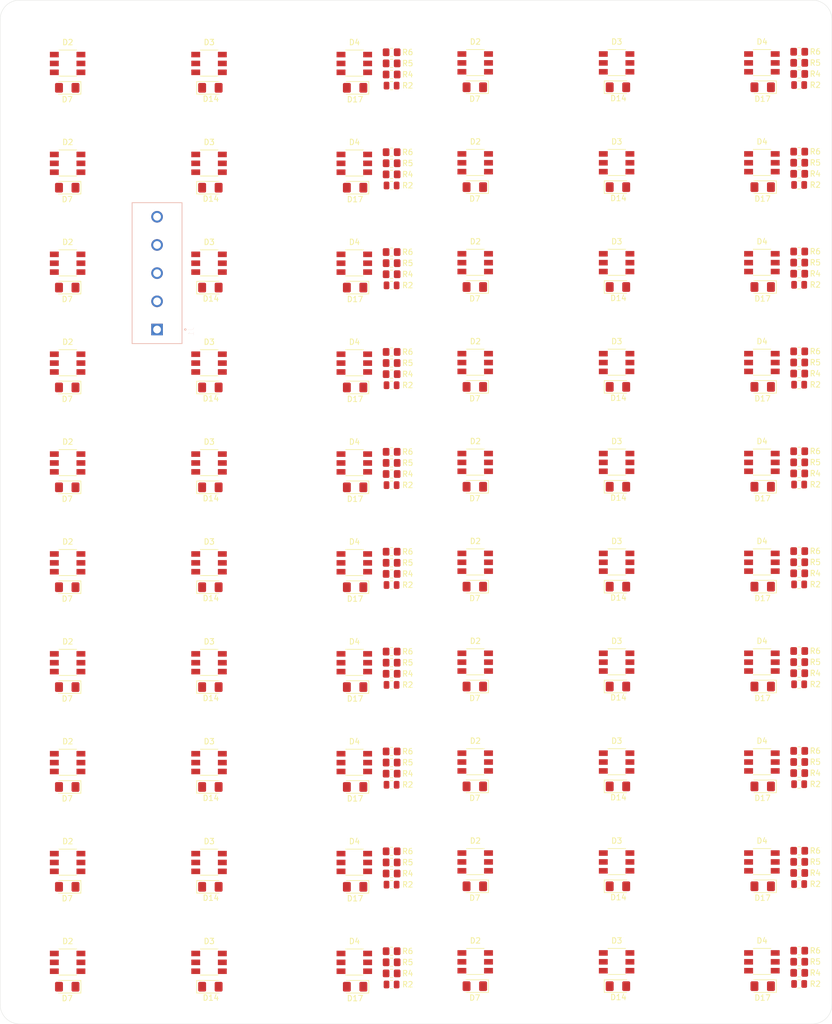
<source format=kicad_pcb>
(kicad_pcb (version 20171130) (host pcbnew "(5.1.8-0-10_14)")
  (layers (0 F.Cu signal) (31 B.Cu signal) (34 B.Paste user) (35 F.Paste user) (36 B.SilkS user) (37 F.SilkS user) (38 B.Mask user) (39 F.Mask user) (44 Edge.Cuts user))
  (net 0 "")
  (net 1 /Red12VPWM)
  (net 2 /Blue12VPWM)
  (net 3 /Green12VPWM)
  (net 4 GND)
  (net 5 "Net-(D2-Pad3)")
  (net 6 "Net-(D2-Pad2)")
  (net 7 "Net-(D2-Pad1)")
  (net 8 "Net-(D3-Pad1)")
  (net 9 "Net-(D3-Pad2)")
  (net 10 "Net-(D3-Pad3)")
  (net 11 "Net-(D4-Pad1)")
  (net 12 "Net-(D4-Pad2)")
  (net 13 "Net-(D4-Pad3)")
  (net 14 /IR12VPWM)
  (net 15 "Net-(D14-Pad2)")
  (net 16 "Net-(D14-Pad1)")
  (net 17 "Net-(D17-Pad1)")
  (module Resistor_SMD:R_0805_2012Metric_Pad1.20x1.40mm_HandSolder (layer F.Cu) (at 204.1 222.9 180)
    (fp_text reference R4 (at -2.9 0) (layer F.SilkS))
    (fp_text value 150)
    (pad 2 smd roundrect (at 1 0 180) (size 1.2 1.4) (layers F.Cu F.Paste F.Mask) (roundrect_rratio 0.208333) (net 13 "Net-(D4-Pad3)"))
    (pad 1 smd roundrect (at -1 0 180) (size 1.2 1.4) (layers F.Cu F.Paste F.Mask) (roundrect_rratio 0.208333) (net 4 GND))
  )
  (module Resistor_SMD:R_0805_2012Metric_Pad1.20x1.40mm_HandSolder (layer F.Cu) (at 204.1 204.9 180)
    (fp_text reference R4 (at -2.9 0) (layer F.SilkS))
    (fp_text value 150)
    (pad 2 smd roundrect (at 1 0 180) (size 1.2 1.4) (layers F.Cu F.Paste F.Mask) (roundrect_rratio 0.208333) (net 13 "Net-(D4-Pad3)"))
    (pad 1 smd roundrect (at -1 0 180) (size 1.2 1.4) (layers F.Cu F.Paste F.Mask) (roundrect_rratio 0.208333) (net 4 GND))
  )
  (module Resistor_SMD:R_0805_2012Metric_Pad1.20x1.40mm_HandSolder (layer F.Cu) (at 204.1 186.9 180)
    (fp_text reference R4 (at -2.9 0) (layer F.SilkS))
    (fp_text value 150)
    (pad 2 smd roundrect (at 1 0 180) (size 1.2 1.4) (layers F.Cu F.Paste F.Mask) (roundrect_rratio 0.208333) (net 13 "Net-(D4-Pad3)"))
    (pad 1 smd roundrect (at -1 0 180) (size 1.2 1.4) (layers F.Cu F.Paste F.Mask) (roundrect_rratio 0.208333) (net 4 GND))
  )
  (module Resistor_SMD:R_0805_2012Metric_Pad1.20x1.40mm_HandSolder (layer F.Cu) (at 204.1 168.9 180)
    (fp_text reference R4 (at -2.9 0) (layer F.SilkS))
    (fp_text value 150)
    (pad 2 smd roundrect (at 1 0 180) (size 1.2 1.4) (layers F.Cu F.Paste F.Mask) (roundrect_rratio 0.208333) (net 13 "Net-(D4-Pad3)"))
    (pad 1 smd roundrect (at -1 0 180) (size 1.2 1.4) (layers F.Cu F.Paste F.Mask) (roundrect_rratio 0.208333) (net 4 GND))
  )
  (module Resistor_SMD:R_0805_2012Metric_Pad1.20x1.40mm_HandSolder (layer F.Cu) (at 204.1 150.9 180)
    (fp_text reference R4 (at -2.9 0) (layer F.SilkS))
    (fp_text value 150)
    (pad 2 smd roundrect (at 1 0 180) (size 1.2 1.4) (layers F.Cu F.Paste F.Mask) (roundrect_rratio 0.208333) (net 13 "Net-(D4-Pad3)"))
    (pad 1 smd roundrect (at -1 0 180) (size 1.2 1.4) (layers F.Cu F.Paste F.Mask) (roundrect_rratio 0.208333) (net 4 GND))
  )
  (module Resistor_SMD:R_0805_2012Metric_Pad1.20x1.40mm_HandSolder (layer F.Cu) (at 204.1 132.9 180)
    (fp_text reference R4 (at -2.9 0) (layer F.SilkS))
    (fp_text value 150)
    (pad 2 smd roundrect (at 1 0 180) (size 1.2 1.4) (layers F.Cu F.Paste F.Mask) (roundrect_rratio 0.208333) (net 13 "Net-(D4-Pad3)"))
    (pad 1 smd roundrect (at -1 0 180) (size 1.2 1.4) (layers F.Cu F.Paste F.Mask) (roundrect_rratio 0.208333) (net 4 GND))
  )
  (module Resistor_SMD:R_0805_2012Metric_Pad1.20x1.40mm_HandSolder (layer F.Cu) (at 204.1 114.9 180)
    (fp_text reference R4 (at -2.9 0) (layer F.SilkS))
    (fp_text value 150)
    (pad 2 smd roundrect (at 1 0 180) (size 1.2 1.4) (layers F.Cu F.Paste F.Mask) (roundrect_rratio 0.208333) (net 13 "Net-(D4-Pad3)"))
    (pad 1 smd roundrect (at -1 0 180) (size 1.2 1.4) (layers F.Cu F.Paste F.Mask) (roundrect_rratio 0.208333) (net 4 GND))
  )
  (module Resistor_SMD:R_0805_2012Metric_Pad1.20x1.40mm_HandSolder (layer F.Cu) (at 204.1 96.9 180)
    (fp_text reference R4 (at -2.9 0) (layer F.SilkS))
    (fp_text value 150)
    (pad 2 smd roundrect (at 1 0 180) (size 1.2 1.4) (layers F.Cu F.Paste F.Mask) (roundrect_rratio 0.208333) (net 13 "Net-(D4-Pad3)"))
    (pad 1 smd roundrect (at -1 0 180) (size 1.2 1.4) (layers F.Cu F.Paste F.Mask) (roundrect_rratio 0.208333) (net 4 GND))
  )
  (module Resistor_SMD:R_0805_2012Metric_Pad1.20x1.40mm_HandSolder (layer F.Cu) (at 204.1 78.9 180)
    (fp_text reference R4 (at -2.9 0) (layer F.SilkS))
    (fp_text value 150)
    (pad 2 smd roundrect (at 1 0 180) (size 1.2 1.4) (layers F.Cu F.Paste F.Mask) (roundrect_rratio 0.208333) (net 13 "Net-(D4-Pad3)"))
    (pad 1 smd roundrect (at -1 0 180) (size 1.2 1.4) (layers F.Cu F.Paste F.Mask) (roundrect_rratio 0.208333) (net 4 GND))
  )
  (module Resistor_SMD:R_0805_2012Metric (layer F.Cu) (at 204.0875 224.9 180)
    (fp_text reference R2 (at -2.9125 0) (layer F.SilkS))
    (fp_text value 430)
    (pad 1 smd roundrect (at -0.9125 0 180) (size 1.025 1.4) (layers F.Cu F.Paste F.Mask) (roundrect_rratio 0.243902) (net 4 GND))
    (pad 2 smd roundrect (at 0.9125 0 180) (size 1.025 1.4) (layers F.Cu F.Paste F.Mask) (roundrect_rratio 0.243902) (net 17 "Net-(D17-Pad1)"))
  )
  (module Resistor_SMD:R_0805_2012Metric (layer F.Cu) (at 204.0875 206.9 180)
    (fp_text reference R2 (at -2.9125 0) (layer F.SilkS))
    (fp_text value 430)
    (pad 1 smd roundrect (at -0.9125 0 180) (size 1.025 1.4) (layers F.Cu F.Paste F.Mask) (roundrect_rratio 0.243902) (net 4 GND))
    (pad 2 smd roundrect (at 0.9125 0 180) (size 1.025 1.4) (layers F.Cu F.Paste F.Mask) (roundrect_rratio 0.243902) (net 17 "Net-(D17-Pad1)"))
  )
  (module Resistor_SMD:R_0805_2012Metric (layer F.Cu) (at 204.0875 188.9 180)
    (fp_text reference R2 (at -2.9125 0) (layer F.SilkS))
    (fp_text value 430)
    (pad 1 smd roundrect (at -0.9125 0 180) (size 1.025 1.4) (layers F.Cu F.Paste F.Mask) (roundrect_rratio 0.243902) (net 4 GND))
    (pad 2 smd roundrect (at 0.9125 0 180) (size 1.025 1.4) (layers F.Cu F.Paste F.Mask) (roundrect_rratio 0.243902) (net 17 "Net-(D17-Pad1)"))
  )
  (module Resistor_SMD:R_0805_2012Metric (layer F.Cu) (at 204.0875 170.9 180)
    (fp_text reference R2 (at -2.9125 0) (layer F.SilkS))
    (fp_text value 430)
    (pad 1 smd roundrect (at -0.9125 0 180) (size 1.025 1.4) (layers F.Cu F.Paste F.Mask) (roundrect_rratio 0.243902) (net 4 GND))
    (pad 2 smd roundrect (at 0.9125 0 180) (size 1.025 1.4) (layers F.Cu F.Paste F.Mask) (roundrect_rratio 0.243902) (net 17 "Net-(D17-Pad1)"))
  )
  (module Resistor_SMD:R_0805_2012Metric (layer F.Cu) (at 204.0875 152.9 180)
    (fp_text reference R2 (at -2.9125 0) (layer F.SilkS))
    (fp_text value 430)
    (pad 1 smd roundrect (at -0.9125 0 180) (size 1.025 1.4) (layers F.Cu F.Paste F.Mask) (roundrect_rratio 0.243902) (net 4 GND))
    (pad 2 smd roundrect (at 0.9125 0 180) (size 1.025 1.4) (layers F.Cu F.Paste F.Mask) (roundrect_rratio 0.243902) (net 17 "Net-(D17-Pad1)"))
  )
  (module Resistor_SMD:R_0805_2012Metric (layer F.Cu) (at 204.0875 134.9 180)
    (fp_text reference R2 (at -2.9125 0) (layer F.SilkS))
    (fp_text value 430)
    (pad 1 smd roundrect (at -0.9125 0 180) (size 1.025 1.4) (layers F.Cu F.Paste F.Mask) (roundrect_rratio 0.243902) (net 4 GND))
    (pad 2 smd roundrect (at 0.9125 0 180) (size 1.025 1.4) (layers F.Cu F.Paste F.Mask) (roundrect_rratio 0.243902) (net 17 "Net-(D17-Pad1)"))
  )
  (module Resistor_SMD:R_0805_2012Metric (layer F.Cu) (at 204.0875 116.9 180)
    (fp_text reference R2 (at -2.9125 0) (layer F.SilkS))
    (fp_text value 430)
    (pad 1 smd roundrect (at -0.9125 0 180) (size 1.025 1.4) (layers F.Cu F.Paste F.Mask) (roundrect_rratio 0.243902) (net 4 GND))
    (pad 2 smd roundrect (at 0.9125 0 180) (size 1.025 1.4) (layers F.Cu F.Paste F.Mask) (roundrect_rratio 0.243902) (net 17 "Net-(D17-Pad1)"))
  )
  (module Resistor_SMD:R_0805_2012Metric (layer F.Cu) (at 204.0875 98.9 180)
    (fp_text reference R2 (at -2.9125 0) (layer F.SilkS))
    (fp_text value 430)
    (pad 1 smd roundrect (at -0.9125 0 180) (size 1.025 1.4) (layers F.Cu F.Paste F.Mask) (roundrect_rratio 0.243902) (net 4 GND))
    (pad 2 smd roundrect (at 0.9125 0 180) (size 1.025 1.4) (layers F.Cu F.Paste F.Mask) (roundrect_rratio 0.243902) (net 17 "Net-(D17-Pad1)"))
  )
  (module Resistor_SMD:R_0805_2012Metric (layer F.Cu) (at 204.0875 80.9 180)
    (fp_text reference R2 (at -2.9125 0) (layer F.SilkS))
    (fp_text value 430)
    (pad 1 smd roundrect (at -0.9125 0 180) (size 1.025 1.4) (layers F.Cu F.Paste F.Mask) (roundrect_rratio 0.243902) (net 4 GND))
    (pad 2 smd roundrect (at 0.9125 0 180) (size 1.025 1.4) (layers F.Cu F.Paste F.Mask) (roundrect_rratio 0.243902) (net 17 "Net-(D17-Pad1)"))
  )
  (module LED_SMD:LED_1206_3216Metric_Pad1.42x1.75mm_HandSolder (layer F.Cu) (at 219.1 225.2 180)
    (fp_text reference D7 (at 0 -2.1) (layer F.SilkS))
    (fp_text value LED)
    (pad 2 smd roundrect (at 1.4875 0 180) (size 1.425 1.75) (layers F.Cu F.Paste F.Mask) (roundrect_rratio 0.175439) (net 14 /IR12VPWM))
    (pad 1 smd roundrect (at -1.4875 0 180) (size 1.425 1.75) (layers F.Cu F.Paste F.Mask) (roundrect_rratio 0.175439) (net 15 "Net-(D14-Pad2)"))
  )
  (module LED_SMD:LED_1206_3216Metric_Pad1.42x1.75mm_HandSolder (layer F.Cu) (at 219.1 207.2 180)
    (fp_text reference D7 (at 0 -2.1) (layer F.SilkS))
    (fp_text value LED)
    (pad 2 smd roundrect (at 1.4875 0 180) (size 1.425 1.75) (layers F.Cu F.Paste F.Mask) (roundrect_rratio 0.175439) (net 14 /IR12VPWM))
    (pad 1 smd roundrect (at -1.4875 0 180) (size 1.425 1.75) (layers F.Cu F.Paste F.Mask) (roundrect_rratio 0.175439) (net 15 "Net-(D14-Pad2)"))
  )
  (module LED_SMD:LED_1206_3216Metric_Pad1.42x1.75mm_HandSolder (layer F.Cu) (at 219.1 189.2 180)
    (fp_text reference D7 (at 0 -2.1) (layer F.SilkS))
    (fp_text value LED)
    (pad 2 smd roundrect (at 1.4875 0 180) (size 1.425 1.75) (layers F.Cu F.Paste F.Mask) (roundrect_rratio 0.175439) (net 14 /IR12VPWM))
    (pad 1 smd roundrect (at -1.4875 0 180) (size 1.425 1.75) (layers F.Cu F.Paste F.Mask) (roundrect_rratio 0.175439) (net 15 "Net-(D14-Pad2)"))
  )
  (module LED_SMD:LED_1206_3216Metric_Pad1.42x1.75mm_HandSolder (layer F.Cu) (at 219.1 171.2 180)
    (fp_text reference D7 (at 0 -2.1) (layer F.SilkS))
    (fp_text value LED)
    (pad 2 smd roundrect (at 1.4875 0 180) (size 1.425 1.75) (layers F.Cu F.Paste F.Mask) (roundrect_rratio 0.175439) (net 14 /IR12VPWM))
    (pad 1 smd roundrect (at -1.4875 0 180) (size 1.425 1.75) (layers F.Cu F.Paste F.Mask) (roundrect_rratio 0.175439) (net 15 "Net-(D14-Pad2)"))
  )
  (module LED_SMD:LED_1206_3216Metric_Pad1.42x1.75mm_HandSolder (layer F.Cu) (at 219.1 153.2 180)
    (fp_text reference D7 (at 0 -2.1) (layer F.SilkS))
    (fp_text value LED)
    (pad 2 smd roundrect (at 1.4875 0 180) (size 1.425 1.75) (layers F.Cu F.Paste F.Mask) (roundrect_rratio 0.175439) (net 14 /IR12VPWM))
    (pad 1 smd roundrect (at -1.4875 0 180) (size 1.425 1.75) (layers F.Cu F.Paste F.Mask) (roundrect_rratio 0.175439) (net 15 "Net-(D14-Pad2)"))
  )
  (module LED_SMD:LED_1206_3216Metric_Pad1.42x1.75mm_HandSolder (layer F.Cu) (at 219.1 135.2 180)
    (fp_text reference D7 (at 0 -2.1) (layer F.SilkS))
    (fp_text value LED)
    (pad 2 smd roundrect (at 1.4875 0 180) (size 1.425 1.75) (layers F.Cu F.Paste F.Mask) (roundrect_rratio 0.175439) (net 14 /IR12VPWM))
    (pad 1 smd roundrect (at -1.4875 0 180) (size 1.425 1.75) (layers F.Cu F.Paste F.Mask) (roundrect_rratio 0.175439) (net 15 "Net-(D14-Pad2)"))
  )
  (module LED_SMD:LED_1206_3216Metric_Pad1.42x1.75mm_HandSolder (layer F.Cu) (at 219.1 117.2 180)
    (fp_text reference D7 (at 0 -2.1) (layer F.SilkS))
    (fp_text value LED)
    (pad 2 smd roundrect (at 1.4875 0 180) (size 1.425 1.75) (layers F.Cu F.Paste F.Mask) (roundrect_rratio 0.175439) (net 14 /IR12VPWM))
    (pad 1 smd roundrect (at -1.4875 0 180) (size 1.425 1.75) (layers F.Cu F.Paste F.Mask) (roundrect_rratio 0.175439) (net 15 "Net-(D14-Pad2)"))
  )
  (module LED_SMD:LED_1206_3216Metric_Pad1.42x1.75mm_HandSolder (layer F.Cu) (at 219.1 99.2 180)
    (fp_text reference D7 (at 0 -2.1) (layer F.SilkS))
    (fp_text value LED)
    (pad 2 smd roundrect (at 1.4875 0 180) (size 1.425 1.75) (layers F.Cu F.Paste F.Mask) (roundrect_rratio 0.175439) (net 14 /IR12VPWM))
    (pad 1 smd roundrect (at -1.4875 0 180) (size 1.425 1.75) (layers F.Cu F.Paste F.Mask) (roundrect_rratio 0.175439) (net 15 "Net-(D14-Pad2)"))
  )
  (module LED_SMD:LED_1206_3216Metric_Pad1.42x1.75mm_HandSolder (layer F.Cu) (at 219.1 81.2 180)
    (fp_text reference D7 (at 0 -2.1) (layer F.SilkS))
    (fp_text value LED)
    (pad 2 smd roundrect (at 1.4875 0 180) (size 1.425 1.75) (layers F.Cu F.Paste F.Mask) (roundrect_rratio 0.175439) (net 14 /IR12VPWM))
    (pad 1 smd roundrect (at -1.4875 0 180) (size 1.425 1.75) (layers F.Cu F.Paste F.Mask) (roundrect_rratio 0.175439) (net 15 "Net-(D14-Pad2)"))
  )
  (module LED_SMD:LED_1206_3216Metric_Pad1.42x1.75mm_HandSolder (layer F.Cu) (at 244.9125 225.2)
    (fp_text reference D14 (at 0.0875 2) (layer F.SilkS))
    (fp_text value LED)
    (pad 1 smd roundrect (at -1.4875 0) (size 1.425 1.75) (layers F.Cu F.Paste F.Mask) (roundrect_rratio 0.175439) (net 16 "Net-(D14-Pad1)"))
    (pad 2 smd roundrect (at 1.4875 0) (size 1.425 1.75) (layers F.Cu F.Paste F.Mask) (roundrect_rratio 0.175439) (net 15 "Net-(D14-Pad2)"))
  )
  (module LED_SMD:LED_1206_3216Metric_Pad1.42x1.75mm_HandSolder (layer F.Cu) (at 244.9125 207.2)
    (fp_text reference D14 (at 0.0875 2) (layer F.SilkS))
    (fp_text value LED)
    (pad 1 smd roundrect (at -1.4875 0) (size 1.425 1.75) (layers F.Cu F.Paste F.Mask) (roundrect_rratio 0.175439) (net 16 "Net-(D14-Pad1)"))
    (pad 2 smd roundrect (at 1.4875 0) (size 1.425 1.75) (layers F.Cu F.Paste F.Mask) (roundrect_rratio 0.175439) (net 15 "Net-(D14-Pad2)"))
  )
  (module LED_SMD:LED_1206_3216Metric_Pad1.42x1.75mm_HandSolder (layer F.Cu) (at 244.9125 189.2)
    (fp_text reference D14 (at 0.0875 2) (layer F.SilkS))
    (fp_text value LED)
    (pad 1 smd roundrect (at -1.4875 0) (size 1.425 1.75) (layers F.Cu F.Paste F.Mask) (roundrect_rratio 0.175439) (net 16 "Net-(D14-Pad1)"))
    (pad 2 smd roundrect (at 1.4875 0) (size 1.425 1.75) (layers F.Cu F.Paste F.Mask) (roundrect_rratio 0.175439) (net 15 "Net-(D14-Pad2)"))
  )
  (module LED_SMD:LED_1206_3216Metric_Pad1.42x1.75mm_HandSolder (layer F.Cu) (at 244.9125 171.2)
    (fp_text reference D14 (at 0.0875 2) (layer F.SilkS))
    (fp_text value LED)
    (pad 1 smd roundrect (at -1.4875 0) (size 1.425 1.75) (layers F.Cu F.Paste F.Mask) (roundrect_rratio 0.175439) (net 16 "Net-(D14-Pad1)"))
    (pad 2 smd roundrect (at 1.4875 0) (size 1.425 1.75) (layers F.Cu F.Paste F.Mask) (roundrect_rratio 0.175439) (net 15 "Net-(D14-Pad2)"))
  )
  (module LED_SMD:LED_1206_3216Metric_Pad1.42x1.75mm_HandSolder (layer F.Cu) (at 244.9125 153.2)
    (fp_text reference D14 (at 0.0875 2) (layer F.SilkS))
    (fp_text value LED)
    (pad 1 smd roundrect (at -1.4875 0) (size 1.425 1.75) (layers F.Cu F.Paste F.Mask) (roundrect_rratio 0.175439) (net 16 "Net-(D14-Pad1)"))
    (pad 2 smd roundrect (at 1.4875 0) (size 1.425 1.75) (layers F.Cu F.Paste F.Mask) (roundrect_rratio 0.175439) (net 15 "Net-(D14-Pad2)"))
  )
  (module LED_SMD:LED_1206_3216Metric_Pad1.42x1.75mm_HandSolder (layer F.Cu) (at 244.9125 135.2)
    (fp_text reference D14 (at 0.0875 2) (layer F.SilkS))
    (fp_text value LED)
    (pad 1 smd roundrect (at -1.4875 0) (size 1.425 1.75) (layers F.Cu F.Paste F.Mask) (roundrect_rratio 0.175439) (net 16 "Net-(D14-Pad1)"))
    (pad 2 smd roundrect (at 1.4875 0) (size 1.425 1.75) (layers F.Cu F.Paste F.Mask) (roundrect_rratio 0.175439) (net 15 "Net-(D14-Pad2)"))
  )
  (module LED_SMD:LED_1206_3216Metric_Pad1.42x1.75mm_HandSolder (layer F.Cu) (at 244.9125 117.2)
    (fp_text reference D14 (at 0.0875 2) (layer F.SilkS))
    (fp_text value LED)
    (pad 1 smd roundrect (at -1.4875 0) (size 1.425 1.75) (layers F.Cu F.Paste F.Mask) (roundrect_rratio 0.175439) (net 16 "Net-(D14-Pad1)"))
    (pad 2 smd roundrect (at 1.4875 0) (size 1.425 1.75) (layers F.Cu F.Paste F.Mask) (roundrect_rratio 0.175439) (net 15 "Net-(D14-Pad2)"))
  )
  (module LED_SMD:LED_1206_3216Metric_Pad1.42x1.75mm_HandSolder (layer F.Cu) (at 244.9125 99.2)
    (fp_text reference D14 (at 0.0875 2) (layer F.SilkS))
    (fp_text value LED)
    (pad 1 smd roundrect (at -1.4875 0) (size 1.425 1.75) (layers F.Cu F.Paste F.Mask) (roundrect_rratio 0.175439) (net 16 "Net-(D14-Pad1)"))
    (pad 2 smd roundrect (at 1.4875 0) (size 1.425 1.75) (layers F.Cu F.Paste F.Mask) (roundrect_rratio 0.175439) (net 15 "Net-(D14-Pad2)"))
  )
  (module LED_SMD:LED_1206_3216Metric_Pad1.42x1.75mm_HandSolder (layer F.Cu) (at 244.9125 81.2)
    (fp_text reference D14 (at 0.0875 2) (layer F.SilkS))
    (fp_text value LED)
    (pad 1 smd roundrect (at -1.4875 0) (size 1.425 1.75) (layers F.Cu F.Paste F.Mask) (roundrect_rratio 0.175439) (net 16 "Net-(D14-Pad1)"))
    (pad 2 smd roundrect (at 1.4875 0) (size 1.425 1.75) (layers F.Cu F.Paste F.Mask) (roundrect_rratio 0.175439) (net 15 "Net-(D14-Pad2)"))
  )
  (module Resistor_SMD:R_0805_2012Metric (layer F.Cu) (at 277.5875 224.8 180)
    (fp_text reference R2 (at -2.9125 0) (layer F.SilkS))
    (fp_text value 430)
    (pad 2 smd roundrect (at 0.9125 0 180) (size 1.025 1.4) (layers F.Cu F.Paste F.Mask) (roundrect_rratio 0.243902) (net 17 "Net-(D17-Pad1)"))
    (pad 1 smd roundrect (at -0.9125 0 180) (size 1.025 1.4) (layers F.Cu F.Paste F.Mask) (roundrect_rratio 0.243902) (net 4 GND))
  )
  (module Resistor_SMD:R_0805_2012Metric (layer F.Cu) (at 277.5875 206.8 180)
    (fp_text reference R2 (at -2.9125 0) (layer F.SilkS))
    (fp_text value 430)
    (pad 2 smd roundrect (at 0.9125 0 180) (size 1.025 1.4) (layers F.Cu F.Paste F.Mask) (roundrect_rratio 0.243902) (net 17 "Net-(D17-Pad1)"))
    (pad 1 smd roundrect (at -0.9125 0 180) (size 1.025 1.4) (layers F.Cu F.Paste F.Mask) (roundrect_rratio 0.243902) (net 4 GND))
  )
  (module Resistor_SMD:R_0805_2012Metric (layer F.Cu) (at 277.5875 188.8 180)
    (fp_text reference R2 (at -2.9125 0) (layer F.SilkS))
    (fp_text value 430)
    (pad 2 smd roundrect (at 0.9125 0 180) (size 1.025 1.4) (layers F.Cu F.Paste F.Mask) (roundrect_rratio 0.243902) (net 17 "Net-(D17-Pad1)"))
    (pad 1 smd roundrect (at -0.9125 0 180) (size 1.025 1.4) (layers F.Cu F.Paste F.Mask) (roundrect_rratio 0.243902) (net 4 GND))
  )
  (module Resistor_SMD:R_0805_2012Metric (layer F.Cu) (at 277.5875 170.8 180)
    (fp_text reference R2 (at -2.9125 0) (layer F.SilkS))
    (fp_text value 430)
    (pad 2 smd roundrect (at 0.9125 0 180) (size 1.025 1.4) (layers F.Cu F.Paste F.Mask) (roundrect_rratio 0.243902) (net 17 "Net-(D17-Pad1)"))
    (pad 1 smd roundrect (at -0.9125 0 180) (size 1.025 1.4) (layers F.Cu F.Paste F.Mask) (roundrect_rratio 0.243902) (net 4 GND))
  )
  (module Resistor_SMD:R_0805_2012Metric (layer F.Cu) (at 277.5875 152.8 180)
    (fp_text reference R2 (at -2.9125 0) (layer F.SilkS))
    (fp_text value 430)
    (pad 2 smd roundrect (at 0.9125 0 180) (size 1.025 1.4) (layers F.Cu F.Paste F.Mask) (roundrect_rratio 0.243902) (net 17 "Net-(D17-Pad1)"))
    (pad 1 smd roundrect (at -0.9125 0 180) (size 1.025 1.4) (layers F.Cu F.Paste F.Mask) (roundrect_rratio 0.243902) (net 4 GND))
  )
  (module Resistor_SMD:R_0805_2012Metric (layer F.Cu) (at 277.5875 134.8 180)
    (fp_text reference R2 (at -2.9125 0) (layer F.SilkS))
    (fp_text value 430)
    (pad 2 smd roundrect (at 0.9125 0 180) (size 1.025 1.4) (layers F.Cu F.Paste F.Mask) (roundrect_rratio 0.243902) (net 17 "Net-(D17-Pad1)"))
    (pad 1 smd roundrect (at -0.9125 0 180) (size 1.025 1.4) (layers F.Cu F.Paste F.Mask) (roundrect_rratio 0.243902) (net 4 GND))
  )
  (module Resistor_SMD:R_0805_2012Metric (layer F.Cu) (at 277.5875 116.8 180)
    (fp_text reference R2 (at -2.9125 0) (layer F.SilkS))
    (fp_text value 430)
    (pad 2 smd roundrect (at 0.9125 0 180) (size 1.025 1.4) (layers F.Cu F.Paste F.Mask) (roundrect_rratio 0.243902) (net 17 "Net-(D17-Pad1)"))
    (pad 1 smd roundrect (at -0.9125 0 180) (size 1.025 1.4) (layers F.Cu F.Paste F.Mask) (roundrect_rratio 0.243902) (net 4 GND))
  )
  (module Resistor_SMD:R_0805_2012Metric (layer F.Cu) (at 277.5875 98.8 180)
    (fp_text reference R2 (at -2.9125 0) (layer F.SilkS))
    (fp_text value 430)
    (pad 2 smd roundrect (at 0.9125 0 180) (size 1.025 1.4) (layers F.Cu F.Paste F.Mask) (roundrect_rratio 0.243902) (net 17 "Net-(D17-Pad1)"))
    (pad 1 smd roundrect (at -0.9125 0 180) (size 1.025 1.4) (layers F.Cu F.Paste F.Mask) (roundrect_rratio 0.243902) (net 4 GND))
  )
  (module Resistor_SMD:R_0805_2012Metric (layer F.Cu) (at 277.5875 80.8 180)
    (fp_text reference R2 (at -2.9125 0) (layer F.SilkS))
    (fp_text value 430)
    (pad 2 smd roundrect (at 0.9125 0 180) (size 1.025 1.4) (layers F.Cu F.Paste F.Mask) (roundrect_rratio 0.243902) (net 17 "Net-(D17-Pad1)"))
    (pad 1 smd roundrect (at -0.9125 0 180) (size 1.025 1.4) (layers F.Cu F.Paste F.Mask) (roundrect_rratio 0.243902) (net 4 GND))
  )
  (module Additional-parts:RGB-5050-LED (layer F.Cu) (at 244.7 216.5)
    (fp_text reference D3 (at 0 0.5) (layer F.SilkS))
    (fp_text value LED_RGB)
    (pad 4 smd rect (at -2.43 5.91) (size 1.6 1) (layers F.Cu F.Paste F.Mask) (net 5 "Net-(D2-Pad3)"))
    (pad 5 smd rect (at -2.43 4.31) (size 1.6 1) (layers F.Cu F.Paste F.Mask) (net 6 "Net-(D2-Pad2)"))
    (pad 6 smd rect (at -2.43 2.71) (size 1.6 1) (layers F.Cu F.Paste F.Mask) (net 7 "Net-(D2-Pad1)"))
    (pad 3 smd rect (at 2.37 5.91) (size 1.6 1) (layers F.Cu F.Paste F.Mask) (net 10 "Net-(D3-Pad3)"))
    (pad 2 smd rect (at 2.37 4.31) (size 1.6 1) (layers F.Cu F.Paste F.Mask) (net 9 "Net-(D3-Pad2)"))
    (pad 1 smd rect (at 2.37 2.71) (size 1.6 1) (layers F.Cu F.Paste F.Mask) (net 8 "Net-(D3-Pad1)"))
  )
  (module Additional-parts:RGB-5050-LED (layer F.Cu) (at 244.7 198.5)
    (fp_text reference D3 (at 0 0.5) (layer F.SilkS))
    (fp_text value LED_RGB)
    (pad 4 smd rect (at -2.43 5.91) (size 1.6 1) (layers F.Cu F.Paste F.Mask) (net 5 "Net-(D2-Pad3)"))
    (pad 5 smd rect (at -2.43 4.31) (size 1.6 1) (layers F.Cu F.Paste F.Mask) (net 6 "Net-(D2-Pad2)"))
    (pad 6 smd rect (at -2.43 2.71) (size 1.6 1) (layers F.Cu F.Paste F.Mask) (net 7 "Net-(D2-Pad1)"))
    (pad 3 smd rect (at 2.37 5.91) (size 1.6 1) (layers F.Cu F.Paste F.Mask) (net 10 "Net-(D3-Pad3)"))
    (pad 2 smd rect (at 2.37 4.31) (size 1.6 1) (layers F.Cu F.Paste F.Mask) (net 9 "Net-(D3-Pad2)"))
    (pad 1 smd rect (at 2.37 2.71) (size 1.6 1) (layers F.Cu F.Paste F.Mask) (net 8 "Net-(D3-Pad1)"))
  )
  (module Additional-parts:RGB-5050-LED (layer F.Cu) (at 244.7 180.5)
    (fp_text reference D3 (at 0 0.5) (layer F.SilkS))
    (fp_text value LED_RGB)
    (pad 4 smd rect (at -2.43 5.91) (size 1.6 1) (layers F.Cu F.Paste F.Mask) (net 5 "Net-(D2-Pad3)"))
    (pad 5 smd rect (at -2.43 4.31) (size 1.6 1) (layers F.Cu F.Paste F.Mask) (net 6 "Net-(D2-Pad2)"))
    (pad 6 smd rect (at -2.43 2.71) (size 1.6 1) (layers F.Cu F.Paste F.Mask) (net 7 "Net-(D2-Pad1)"))
    (pad 3 smd rect (at 2.37 5.91) (size 1.6 1) (layers F.Cu F.Paste F.Mask) (net 10 "Net-(D3-Pad3)"))
    (pad 2 smd rect (at 2.37 4.31) (size 1.6 1) (layers F.Cu F.Paste F.Mask) (net 9 "Net-(D3-Pad2)"))
    (pad 1 smd rect (at 2.37 2.71) (size 1.6 1) (layers F.Cu F.Paste F.Mask) (net 8 "Net-(D3-Pad1)"))
  )
  (module Additional-parts:RGB-5050-LED (layer F.Cu) (at 244.7 162.5)
    (fp_text reference D3 (at 0 0.5) (layer F.SilkS))
    (fp_text value LED_RGB)
    (pad 4 smd rect (at -2.43 5.91) (size 1.6 1) (layers F.Cu F.Paste F.Mask) (net 5 "Net-(D2-Pad3)"))
    (pad 5 smd rect (at -2.43 4.31) (size 1.6 1) (layers F.Cu F.Paste F.Mask) (net 6 "Net-(D2-Pad2)"))
    (pad 6 smd rect (at -2.43 2.71) (size 1.6 1) (layers F.Cu F.Paste F.Mask) (net 7 "Net-(D2-Pad1)"))
    (pad 3 smd rect (at 2.37 5.91) (size 1.6 1) (layers F.Cu F.Paste F.Mask) (net 10 "Net-(D3-Pad3)"))
    (pad 2 smd rect (at 2.37 4.31) (size 1.6 1) (layers F.Cu F.Paste F.Mask) (net 9 "Net-(D3-Pad2)"))
    (pad 1 smd rect (at 2.37 2.71) (size 1.6 1) (layers F.Cu F.Paste F.Mask) (net 8 "Net-(D3-Pad1)"))
  )
  (module Additional-parts:RGB-5050-LED (layer F.Cu) (at 244.7 144.5)
    (fp_text reference D3 (at 0 0.5) (layer F.SilkS))
    (fp_text value LED_RGB)
    (pad 4 smd rect (at -2.43 5.91) (size 1.6 1) (layers F.Cu F.Paste F.Mask) (net 5 "Net-(D2-Pad3)"))
    (pad 5 smd rect (at -2.43 4.31) (size 1.6 1) (layers F.Cu F.Paste F.Mask) (net 6 "Net-(D2-Pad2)"))
    (pad 6 smd rect (at -2.43 2.71) (size 1.6 1) (layers F.Cu F.Paste F.Mask) (net 7 "Net-(D2-Pad1)"))
    (pad 3 smd rect (at 2.37 5.91) (size 1.6 1) (layers F.Cu F.Paste F.Mask) (net 10 "Net-(D3-Pad3)"))
    (pad 2 smd rect (at 2.37 4.31) (size 1.6 1) (layers F.Cu F.Paste F.Mask) (net 9 "Net-(D3-Pad2)"))
    (pad 1 smd rect (at 2.37 2.71) (size 1.6 1) (layers F.Cu F.Paste F.Mask) (net 8 "Net-(D3-Pad1)"))
  )
  (module Additional-parts:RGB-5050-LED (layer F.Cu) (at 244.7 126.5)
    (fp_text reference D3 (at 0 0.5) (layer F.SilkS))
    (fp_text value LED_RGB)
    (pad 4 smd rect (at -2.43 5.91) (size 1.6 1) (layers F.Cu F.Paste F.Mask) (net 5 "Net-(D2-Pad3)"))
    (pad 5 smd rect (at -2.43 4.31) (size 1.6 1) (layers F.Cu F.Paste F.Mask) (net 6 "Net-(D2-Pad2)"))
    (pad 6 smd rect (at -2.43 2.71) (size 1.6 1) (layers F.Cu F.Paste F.Mask) (net 7 "Net-(D2-Pad1)"))
    (pad 3 smd rect (at 2.37 5.91) (size 1.6 1) (layers F.Cu F.Paste F.Mask) (net 10 "Net-(D3-Pad3)"))
    (pad 2 smd rect (at 2.37 4.31) (size 1.6 1) (layers F.Cu F.Paste F.Mask) (net 9 "Net-(D3-Pad2)"))
    (pad 1 smd rect (at 2.37 2.71) (size 1.6 1) (layers F.Cu F.Paste F.Mask) (net 8 "Net-(D3-Pad1)"))
  )
  (module Additional-parts:RGB-5050-LED (layer F.Cu) (at 244.7 108.5)
    (fp_text reference D3 (at 0 0.5) (layer F.SilkS))
    (fp_text value LED_RGB)
    (pad 4 smd rect (at -2.43 5.91) (size 1.6 1) (layers F.Cu F.Paste F.Mask) (net 5 "Net-(D2-Pad3)"))
    (pad 5 smd rect (at -2.43 4.31) (size 1.6 1) (layers F.Cu F.Paste F.Mask) (net 6 "Net-(D2-Pad2)"))
    (pad 6 smd rect (at -2.43 2.71) (size 1.6 1) (layers F.Cu F.Paste F.Mask) (net 7 "Net-(D2-Pad1)"))
    (pad 3 smd rect (at 2.37 5.91) (size 1.6 1) (layers F.Cu F.Paste F.Mask) (net 10 "Net-(D3-Pad3)"))
    (pad 2 smd rect (at 2.37 4.31) (size 1.6 1) (layers F.Cu F.Paste F.Mask) (net 9 "Net-(D3-Pad2)"))
    (pad 1 smd rect (at 2.37 2.71) (size 1.6 1) (layers F.Cu F.Paste F.Mask) (net 8 "Net-(D3-Pad1)"))
  )
  (module Additional-parts:RGB-5050-LED (layer F.Cu) (at 244.7 90.5)
    (fp_text reference D3 (at 0 0.5) (layer F.SilkS))
    (fp_text value LED_RGB)
    (pad 4 smd rect (at -2.43 5.91) (size 1.6 1) (layers F.Cu F.Paste F.Mask) (net 5 "Net-(D2-Pad3)"))
    (pad 5 smd rect (at -2.43 4.31) (size 1.6 1) (layers F.Cu F.Paste F.Mask) (net 6 "Net-(D2-Pad2)"))
    (pad 6 smd rect (at -2.43 2.71) (size 1.6 1) (layers F.Cu F.Paste F.Mask) (net 7 "Net-(D2-Pad1)"))
    (pad 3 smd rect (at 2.37 5.91) (size 1.6 1) (layers F.Cu F.Paste F.Mask) (net 10 "Net-(D3-Pad3)"))
    (pad 2 smd rect (at 2.37 4.31) (size 1.6 1) (layers F.Cu F.Paste F.Mask) (net 9 "Net-(D3-Pad2)"))
    (pad 1 smd rect (at 2.37 2.71) (size 1.6 1) (layers F.Cu F.Paste F.Mask) (net 8 "Net-(D3-Pad1)"))
  )
  (module Additional-parts:RGB-5050-LED (layer F.Cu) (at 244.7 72.5)
    (fp_text reference D3 (at 0 0.5) (layer F.SilkS))
    (fp_text value LED_RGB)
    (pad 4 smd rect (at -2.43 5.91) (size 1.6 1) (layers F.Cu F.Paste F.Mask) (net 5 "Net-(D2-Pad3)"))
    (pad 5 smd rect (at -2.43 4.31) (size 1.6 1) (layers F.Cu F.Paste F.Mask) (net 6 "Net-(D2-Pad2)"))
    (pad 6 smd rect (at -2.43 2.71) (size 1.6 1) (layers F.Cu F.Paste F.Mask) (net 7 "Net-(D2-Pad1)"))
    (pad 3 smd rect (at 2.37 5.91) (size 1.6 1) (layers F.Cu F.Paste F.Mask) (net 10 "Net-(D3-Pad3)"))
    (pad 2 smd rect (at 2.37 4.31) (size 1.6 1) (layers F.Cu F.Paste F.Mask) (net 9 "Net-(D3-Pad2)"))
    (pad 1 smd rect (at 2.37 2.71) (size 1.6 1) (layers F.Cu F.Paste F.Mask) (net 8 "Net-(D3-Pad1)"))
  )
  (module Additional-parts:RGB-5050-LED (layer F.Cu) (at 270.9 216.5)
    (fp_text reference D4 (at 0 0.5) (layer F.SilkS))
    (fp_text value LED_RGB)
    (pad 1 smd rect (at 2.37 2.71) (size 1.6 1) (layers F.Cu F.Paste F.Mask) (net 11 "Net-(D4-Pad1)"))
    (pad 2 smd rect (at 2.37 4.31) (size 1.6 1) (layers F.Cu F.Paste F.Mask) (net 12 "Net-(D4-Pad2)"))
    (pad 3 smd rect (at 2.37 5.91) (size 1.6 1) (layers F.Cu F.Paste F.Mask) (net 13 "Net-(D4-Pad3)"))
    (pad 6 smd rect (at -2.43 2.71) (size 1.6 1) (layers F.Cu F.Paste F.Mask) (net 8 "Net-(D3-Pad1)"))
    (pad 5 smd rect (at -2.43 4.31) (size 1.6 1) (layers F.Cu F.Paste F.Mask) (net 9 "Net-(D3-Pad2)"))
    (pad 4 smd rect (at -2.43 5.91) (size 1.6 1) (layers F.Cu F.Paste F.Mask) (net 10 "Net-(D3-Pad3)"))
  )
  (module Additional-parts:RGB-5050-LED (layer F.Cu) (at 270.9 198.5)
    (fp_text reference D4 (at 0 0.5) (layer F.SilkS))
    (fp_text value LED_RGB)
    (pad 1 smd rect (at 2.37 2.71) (size 1.6 1) (layers F.Cu F.Paste F.Mask) (net 11 "Net-(D4-Pad1)"))
    (pad 2 smd rect (at 2.37 4.31) (size 1.6 1) (layers F.Cu F.Paste F.Mask) (net 12 "Net-(D4-Pad2)"))
    (pad 3 smd rect (at 2.37 5.91) (size 1.6 1) (layers F.Cu F.Paste F.Mask) (net 13 "Net-(D4-Pad3)"))
    (pad 6 smd rect (at -2.43 2.71) (size 1.6 1) (layers F.Cu F.Paste F.Mask) (net 8 "Net-(D3-Pad1)"))
    (pad 5 smd rect (at -2.43 4.31) (size 1.6 1) (layers F.Cu F.Paste F.Mask) (net 9 "Net-(D3-Pad2)"))
    (pad 4 smd rect (at -2.43 5.91) (size 1.6 1) (layers F.Cu F.Paste F.Mask) (net 10 "Net-(D3-Pad3)"))
  )
  (module Additional-parts:RGB-5050-LED (layer F.Cu) (at 270.9 180.5)
    (fp_text reference D4 (at 0 0.5) (layer F.SilkS))
    (fp_text value LED_RGB)
    (pad 1 smd rect (at 2.37 2.71) (size 1.6 1) (layers F.Cu F.Paste F.Mask) (net 11 "Net-(D4-Pad1)"))
    (pad 2 smd rect (at 2.37 4.31) (size 1.6 1) (layers F.Cu F.Paste F.Mask) (net 12 "Net-(D4-Pad2)"))
    (pad 3 smd rect (at 2.37 5.91) (size 1.6 1) (layers F.Cu F.Paste F.Mask) (net 13 "Net-(D4-Pad3)"))
    (pad 6 smd rect (at -2.43 2.71) (size 1.6 1) (layers F.Cu F.Paste F.Mask) (net 8 "Net-(D3-Pad1)"))
    (pad 5 smd rect (at -2.43 4.31) (size 1.6 1) (layers F.Cu F.Paste F.Mask) (net 9 "Net-(D3-Pad2)"))
    (pad 4 smd rect (at -2.43 5.91) (size 1.6 1) (layers F.Cu F.Paste F.Mask) (net 10 "Net-(D3-Pad3)"))
  )
  (module Additional-parts:RGB-5050-LED (layer F.Cu) (at 270.9 162.5)
    (fp_text reference D4 (at 0 0.5) (layer F.SilkS))
    (fp_text value LED_RGB)
    (pad 1 smd rect (at 2.37 2.71) (size 1.6 1) (layers F.Cu F.Paste F.Mask) (net 11 "Net-(D4-Pad1)"))
    (pad 2 smd rect (at 2.37 4.31) (size 1.6 1) (layers F.Cu F.Paste F.Mask) (net 12 "Net-(D4-Pad2)"))
    (pad 3 smd rect (at 2.37 5.91) (size 1.6 1) (layers F.Cu F.Paste F.Mask) (net 13 "Net-(D4-Pad3)"))
    (pad 6 smd rect (at -2.43 2.71) (size 1.6 1) (layers F.Cu F.Paste F.Mask) (net 8 "Net-(D3-Pad1)"))
    (pad 5 smd rect (at -2.43 4.31) (size 1.6 1) (layers F.Cu F.Paste F.Mask) (net 9 "Net-(D3-Pad2)"))
    (pad 4 smd rect (at -2.43 5.91) (size 1.6 1) (layers F.Cu F.Paste F.Mask) (net 10 "Net-(D3-Pad3)"))
  )
  (module Additional-parts:RGB-5050-LED (layer F.Cu) (at 270.9 144.5)
    (fp_text reference D4 (at 0 0.5) (layer F.SilkS))
    (fp_text value LED_RGB)
    (pad 1 smd rect (at 2.37 2.71) (size 1.6 1) (layers F.Cu F.Paste F.Mask) (net 11 "Net-(D4-Pad1)"))
    (pad 2 smd rect (at 2.37 4.31) (size 1.6 1) (layers F.Cu F.Paste F.Mask) (net 12 "Net-(D4-Pad2)"))
    (pad 3 smd rect (at 2.37 5.91) (size 1.6 1) (layers F.Cu F.Paste F.Mask) (net 13 "Net-(D4-Pad3)"))
    (pad 6 smd rect (at -2.43 2.71) (size 1.6 1) (layers F.Cu F.Paste F.Mask) (net 8 "Net-(D3-Pad1)"))
    (pad 5 smd rect (at -2.43 4.31) (size 1.6 1) (layers F.Cu F.Paste F.Mask) (net 9 "Net-(D3-Pad2)"))
    (pad 4 smd rect (at -2.43 5.91) (size 1.6 1) (layers F.Cu F.Paste F.Mask) (net 10 "Net-(D3-Pad3)"))
  )
  (module Additional-parts:RGB-5050-LED (layer F.Cu) (at 270.9 126.5)
    (fp_text reference D4 (at 0 0.5) (layer F.SilkS))
    (fp_text value LED_RGB)
    (pad 1 smd rect (at 2.37 2.71) (size 1.6 1) (layers F.Cu F.Paste F.Mask) (net 11 "Net-(D4-Pad1)"))
    (pad 2 smd rect (at 2.37 4.31) (size 1.6 1) (layers F.Cu F.Paste F.Mask) (net 12 "Net-(D4-Pad2)"))
    (pad 3 smd rect (at 2.37 5.91) (size 1.6 1) (layers F.Cu F.Paste F.Mask) (net 13 "Net-(D4-Pad3)"))
    (pad 6 smd rect (at -2.43 2.71) (size 1.6 1) (layers F.Cu F.Paste F.Mask) (net 8 "Net-(D3-Pad1)"))
    (pad 5 smd rect (at -2.43 4.31) (size 1.6 1) (layers F.Cu F.Paste F.Mask) (net 9 "Net-(D3-Pad2)"))
    (pad 4 smd rect (at -2.43 5.91) (size 1.6 1) (layers F.Cu F.Paste F.Mask) (net 10 "Net-(D3-Pad3)"))
  )
  (module Additional-parts:RGB-5050-LED (layer F.Cu) (at 270.9 108.5)
    (fp_text reference D4 (at 0 0.5) (layer F.SilkS))
    (fp_text value LED_RGB)
    (pad 1 smd rect (at 2.37 2.71) (size 1.6 1) (layers F.Cu F.Paste F.Mask) (net 11 "Net-(D4-Pad1)"))
    (pad 2 smd rect (at 2.37 4.31) (size 1.6 1) (layers F.Cu F.Paste F.Mask) (net 12 "Net-(D4-Pad2)"))
    (pad 3 smd rect (at 2.37 5.91) (size 1.6 1) (layers F.Cu F.Paste F.Mask) (net 13 "Net-(D4-Pad3)"))
    (pad 6 smd rect (at -2.43 2.71) (size 1.6 1) (layers F.Cu F.Paste F.Mask) (net 8 "Net-(D3-Pad1)"))
    (pad 5 smd rect (at -2.43 4.31) (size 1.6 1) (layers F.Cu F.Paste F.Mask) (net 9 "Net-(D3-Pad2)"))
    (pad 4 smd rect (at -2.43 5.91) (size 1.6 1) (layers F.Cu F.Paste F.Mask) (net 10 "Net-(D3-Pad3)"))
  )
  (module Additional-parts:RGB-5050-LED (layer F.Cu) (at 270.9 90.5)
    (fp_text reference D4 (at 0 0.5) (layer F.SilkS))
    (fp_text value LED_RGB)
    (pad 1 smd rect (at 2.37 2.71) (size 1.6 1) (layers F.Cu F.Paste F.Mask) (net 11 "Net-(D4-Pad1)"))
    (pad 2 smd rect (at 2.37 4.31) (size 1.6 1) (layers F.Cu F.Paste F.Mask) (net 12 "Net-(D4-Pad2)"))
    (pad 3 smd rect (at 2.37 5.91) (size 1.6 1) (layers F.Cu F.Paste F.Mask) (net 13 "Net-(D4-Pad3)"))
    (pad 6 smd rect (at -2.43 2.71) (size 1.6 1) (layers F.Cu F.Paste F.Mask) (net 8 "Net-(D3-Pad1)"))
    (pad 5 smd rect (at -2.43 4.31) (size 1.6 1) (layers F.Cu F.Paste F.Mask) (net 9 "Net-(D3-Pad2)"))
    (pad 4 smd rect (at -2.43 5.91) (size 1.6 1) (layers F.Cu F.Paste F.Mask) (net 10 "Net-(D3-Pad3)"))
  )
  (module Additional-parts:RGB-5050-LED (layer F.Cu) (at 270.9 72.5)
    (fp_text reference D4 (at 0 0.5) (layer F.SilkS))
    (fp_text value LED_RGB)
    (pad 1 smd rect (at 2.37 2.71) (size 1.6 1) (layers F.Cu F.Paste F.Mask) (net 11 "Net-(D4-Pad1)"))
    (pad 2 smd rect (at 2.37 4.31) (size 1.6 1) (layers F.Cu F.Paste F.Mask) (net 12 "Net-(D4-Pad2)"))
    (pad 3 smd rect (at 2.37 5.91) (size 1.6 1) (layers F.Cu F.Paste F.Mask) (net 13 "Net-(D4-Pad3)"))
    (pad 6 smd rect (at -2.43 2.71) (size 1.6 1) (layers F.Cu F.Paste F.Mask) (net 8 "Net-(D3-Pad1)"))
    (pad 5 smd rect (at -2.43 4.31) (size 1.6 1) (layers F.Cu F.Paste F.Mask) (net 9 "Net-(D3-Pad2)"))
    (pad 4 smd rect (at -2.43 5.91) (size 1.6 1) (layers F.Cu F.Paste F.Mask) (net 10 "Net-(D3-Pad3)"))
  )
  (module Additional-parts:RGB-5050-LED (layer F.Cu) (at 219.2 216.5)
    (fp_text reference D2 (at 0 0.5) (layer F.SilkS))
    (fp_text value LED_RGB)
    (pad 4 smd rect (at -2.43 5.91) (size 1.6 1) (layers F.Cu F.Paste F.Mask) (net 2 /Blue12VPWM))
    (pad 5 smd rect (at -2.43 4.31) (size 1.6 1) (layers F.Cu F.Paste F.Mask) (net 3 /Green12VPWM))
    (pad 6 smd rect (at -2.43 2.71) (size 1.6 1) (layers F.Cu F.Paste F.Mask) (net 1 /Red12VPWM))
    (pad 3 smd rect (at 2.37 5.91) (size 1.6 1) (layers F.Cu F.Paste F.Mask) (net 5 "Net-(D2-Pad3)"))
    (pad 2 smd rect (at 2.37 4.31) (size 1.6 1) (layers F.Cu F.Paste F.Mask) (net 6 "Net-(D2-Pad2)"))
    (pad 1 smd rect (at 2.37 2.71) (size 1.6 1) (layers F.Cu F.Paste F.Mask) (net 7 "Net-(D2-Pad1)"))
  )
  (module Additional-parts:RGB-5050-LED (layer F.Cu) (at 219.2 198.5)
    (fp_text reference D2 (at 0 0.5) (layer F.SilkS))
    (fp_text value LED_RGB)
    (pad 4 smd rect (at -2.43 5.91) (size 1.6 1) (layers F.Cu F.Paste F.Mask) (net 2 /Blue12VPWM))
    (pad 5 smd rect (at -2.43 4.31) (size 1.6 1) (layers F.Cu F.Paste F.Mask) (net 3 /Green12VPWM))
    (pad 6 smd rect (at -2.43 2.71) (size 1.6 1) (layers F.Cu F.Paste F.Mask) (net 1 /Red12VPWM))
    (pad 3 smd rect (at 2.37 5.91) (size 1.6 1) (layers F.Cu F.Paste F.Mask) (net 5 "Net-(D2-Pad3)"))
    (pad 2 smd rect (at 2.37 4.31) (size 1.6 1) (layers F.Cu F.Paste F.Mask) (net 6 "Net-(D2-Pad2)"))
    (pad 1 smd rect (at 2.37 2.71) (size 1.6 1) (layers F.Cu F.Paste F.Mask) (net 7 "Net-(D2-Pad1)"))
  )
  (module Additional-parts:RGB-5050-LED (layer F.Cu) (at 219.2 180.5)
    (fp_text reference D2 (at 0 0.5) (layer F.SilkS))
    (fp_text value LED_RGB)
    (pad 4 smd rect (at -2.43 5.91) (size 1.6 1) (layers F.Cu F.Paste F.Mask) (net 2 /Blue12VPWM))
    (pad 5 smd rect (at -2.43 4.31) (size 1.6 1) (layers F.Cu F.Paste F.Mask) (net 3 /Green12VPWM))
    (pad 6 smd rect (at -2.43 2.71) (size 1.6 1) (layers F.Cu F.Paste F.Mask) (net 1 /Red12VPWM))
    (pad 3 smd rect (at 2.37 5.91) (size 1.6 1) (layers F.Cu F.Paste F.Mask) (net 5 "Net-(D2-Pad3)"))
    (pad 2 smd rect (at 2.37 4.31) (size 1.6 1) (layers F.Cu F.Paste F.Mask) (net 6 "Net-(D2-Pad2)"))
    (pad 1 smd rect (at 2.37 2.71) (size 1.6 1) (layers F.Cu F.Paste F.Mask) (net 7 "Net-(D2-Pad1)"))
  )
  (module Additional-parts:RGB-5050-LED (layer F.Cu) (at 219.2 162.5)
    (fp_text reference D2 (at 0 0.5) (layer F.SilkS))
    (fp_text value LED_RGB)
    (pad 4 smd rect (at -2.43 5.91) (size 1.6 1) (layers F.Cu F.Paste F.Mask) (net 2 /Blue12VPWM))
    (pad 5 smd rect (at -2.43 4.31) (size 1.6 1) (layers F.Cu F.Paste F.Mask) (net 3 /Green12VPWM))
    (pad 6 smd rect (at -2.43 2.71) (size 1.6 1) (layers F.Cu F.Paste F.Mask) (net 1 /Red12VPWM))
    (pad 3 smd rect (at 2.37 5.91) (size 1.6 1) (layers F.Cu F.Paste F.Mask) (net 5 "Net-(D2-Pad3)"))
    (pad 2 smd rect (at 2.37 4.31) (size 1.6 1) (layers F.Cu F.Paste F.Mask) (net 6 "Net-(D2-Pad2)"))
    (pad 1 smd rect (at 2.37 2.71) (size 1.6 1) (layers F.Cu F.Paste F.Mask) (net 7 "Net-(D2-Pad1)"))
  )
  (module Additional-parts:RGB-5050-LED (layer F.Cu) (at 219.2 144.5)
    (fp_text reference D2 (at 0 0.5) (layer F.SilkS))
    (fp_text value LED_RGB)
    (pad 4 smd rect (at -2.43 5.91) (size 1.6 1) (layers F.Cu F.Paste F.Mask) (net 2 /Blue12VPWM))
    (pad 5 smd rect (at -2.43 4.31) (size 1.6 1) (layers F.Cu F.Paste F.Mask) (net 3 /Green12VPWM))
    (pad 6 smd rect (at -2.43 2.71) (size 1.6 1) (layers F.Cu F.Paste F.Mask) (net 1 /Red12VPWM))
    (pad 3 smd rect (at 2.37 5.91) (size 1.6 1) (layers F.Cu F.Paste F.Mask) (net 5 "Net-(D2-Pad3)"))
    (pad 2 smd rect (at 2.37 4.31) (size 1.6 1) (layers F.Cu F.Paste F.Mask) (net 6 "Net-(D2-Pad2)"))
    (pad 1 smd rect (at 2.37 2.71) (size 1.6 1) (layers F.Cu F.Paste F.Mask) (net 7 "Net-(D2-Pad1)"))
  )
  (module Additional-parts:RGB-5050-LED (layer F.Cu) (at 219.2 126.5)
    (fp_text reference D2 (at 0 0.5) (layer F.SilkS))
    (fp_text value LED_RGB)
    (pad 4 smd rect (at -2.43 5.91) (size 1.6 1) (layers F.Cu F.Paste F.Mask) (net 2 /Blue12VPWM))
    (pad 5 smd rect (at -2.43 4.31) (size 1.6 1) (layers F.Cu F.Paste F.Mask) (net 3 /Green12VPWM))
    (pad 6 smd rect (at -2.43 2.71) (size 1.6 1) (layers F.Cu F.Paste F.Mask) (net 1 /Red12VPWM))
    (pad 3 smd rect (at 2.37 5.91) (size 1.6 1) (layers F.Cu F.Paste F.Mask) (net 5 "Net-(D2-Pad3)"))
    (pad 2 smd rect (at 2.37 4.31) (size 1.6 1) (layers F.Cu F.Paste F.Mask) (net 6 "Net-(D2-Pad2)"))
    (pad 1 smd rect (at 2.37 2.71) (size 1.6 1) (layers F.Cu F.Paste F.Mask) (net 7 "Net-(D2-Pad1)"))
  )
  (module Additional-parts:RGB-5050-LED (layer F.Cu) (at 219.2 108.5)
    (fp_text reference D2 (at 0 0.5) (layer F.SilkS))
    (fp_text value LED_RGB)
    (pad 4 smd rect (at -2.43 5.91) (size 1.6 1) (layers F.Cu F.Paste F.Mask) (net 2 /Blue12VPWM))
    (pad 5 smd rect (at -2.43 4.31) (size 1.6 1) (layers F.Cu F.Paste F.Mask) (net 3 /Green12VPWM))
    (pad 6 smd rect (at -2.43 2.71) (size 1.6 1) (layers F.Cu F.Paste F.Mask) (net 1 /Red12VPWM))
    (pad 3 smd rect (at 2.37 5.91) (size 1.6 1) (layers F.Cu F.Paste F.Mask) (net 5 "Net-(D2-Pad3)"))
    (pad 2 smd rect (at 2.37 4.31) (size 1.6 1) (layers F.Cu F.Paste F.Mask) (net 6 "Net-(D2-Pad2)"))
    (pad 1 smd rect (at 2.37 2.71) (size 1.6 1) (layers F.Cu F.Paste F.Mask) (net 7 "Net-(D2-Pad1)"))
  )
  (module Additional-parts:RGB-5050-LED (layer F.Cu) (at 219.2 90.5)
    (fp_text reference D2 (at 0 0.5) (layer F.SilkS))
    (fp_text value LED_RGB)
    (pad 4 smd rect (at -2.43 5.91) (size 1.6 1) (layers F.Cu F.Paste F.Mask) (net 2 /Blue12VPWM))
    (pad 5 smd rect (at -2.43 4.31) (size 1.6 1) (layers F.Cu F.Paste F.Mask) (net 3 /Green12VPWM))
    (pad 6 smd rect (at -2.43 2.71) (size 1.6 1) (layers F.Cu F.Paste F.Mask) (net 1 /Red12VPWM))
    (pad 3 smd rect (at 2.37 5.91) (size 1.6 1) (layers F.Cu F.Paste F.Mask) (net 5 "Net-(D2-Pad3)"))
    (pad 2 smd rect (at 2.37 4.31) (size 1.6 1) (layers F.Cu F.Paste F.Mask) (net 6 "Net-(D2-Pad2)"))
    (pad 1 smd rect (at 2.37 2.71) (size 1.6 1) (layers F.Cu F.Paste F.Mask) (net 7 "Net-(D2-Pad1)"))
  )
  (module Additional-parts:RGB-5050-LED (layer F.Cu) (at 219.2 72.5)
    (fp_text reference D2 (at 0 0.5) (layer F.SilkS))
    (fp_text value LED_RGB)
    (pad 4 smd rect (at -2.43 5.91) (size 1.6 1) (layers F.Cu F.Paste F.Mask) (net 2 /Blue12VPWM))
    (pad 5 smd rect (at -2.43 4.31) (size 1.6 1) (layers F.Cu F.Paste F.Mask) (net 3 /Green12VPWM))
    (pad 6 smd rect (at -2.43 2.71) (size 1.6 1) (layers F.Cu F.Paste F.Mask) (net 1 /Red12VPWM))
    (pad 3 smd rect (at 2.37 5.91) (size 1.6 1) (layers F.Cu F.Paste F.Mask) (net 5 "Net-(D2-Pad3)"))
    (pad 2 smd rect (at 2.37 4.31) (size 1.6 1) (layers F.Cu F.Paste F.Mask) (net 6 "Net-(D2-Pad2)"))
    (pad 1 smd rect (at 2.37 2.71) (size 1.6 1) (layers F.Cu F.Paste F.Mask) (net 7 "Net-(D2-Pad1)"))
  )
  (module Resistor_SMD:R_0805_2012Metric_Pad1.20x1.40mm_HandSolder (layer F.Cu) (at 277.6 222.8 180)
    (fp_text reference R4 (at -2.9 0) (layer F.SilkS))
    (fp_text value 150)
    (pad 1 smd roundrect (at -1 0 180) (size 1.2 1.4) (layers F.Cu F.Paste F.Mask) (roundrect_rratio 0.208333) (net 4 GND))
    (pad 2 smd roundrect (at 1 0 180) (size 1.2 1.4) (layers F.Cu F.Paste F.Mask) (roundrect_rratio 0.208333) (net 13 "Net-(D4-Pad3)"))
  )
  (module Resistor_SMD:R_0805_2012Metric_Pad1.20x1.40mm_HandSolder (layer F.Cu) (at 277.6 204.8 180)
    (fp_text reference R4 (at -2.9 0) (layer F.SilkS))
    (fp_text value 150)
    (pad 1 smd roundrect (at -1 0 180) (size 1.2 1.4) (layers F.Cu F.Paste F.Mask) (roundrect_rratio 0.208333) (net 4 GND))
    (pad 2 smd roundrect (at 1 0 180) (size 1.2 1.4) (layers F.Cu F.Paste F.Mask) (roundrect_rratio 0.208333) (net 13 "Net-(D4-Pad3)"))
  )
  (module Resistor_SMD:R_0805_2012Metric_Pad1.20x1.40mm_HandSolder (layer F.Cu) (at 277.6 186.8 180)
    (fp_text reference R4 (at -2.9 0) (layer F.SilkS))
    (fp_text value 150)
    (pad 1 smd roundrect (at -1 0 180) (size 1.2 1.4) (layers F.Cu F.Paste F.Mask) (roundrect_rratio 0.208333) (net 4 GND))
    (pad 2 smd roundrect (at 1 0 180) (size 1.2 1.4) (layers F.Cu F.Paste F.Mask) (roundrect_rratio 0.208333) (net 13 "Net-(D4-Pad3)"))
  )
  (module Resistor_SMD:R_0805_2012Metric_Pad1.20x1.40mm_HandSolder (layer F.Cu) (at 277.6 168.8 180)
    (fp_text reference R4 (at -2.9 0) (layer F.SilkS))
    (fp_text value 150)
    (pad 1 smd roundrect (at -1 0 180) (size 1.2 1.4) (layers F.Cu F.Paste F.Mask) (roundrect_rratio 0.208333) (net 4 GND))
    (pad 2 smd roundrect (at 1 0 180) (size 1.2 1.4) (layers F.Cu F.Paste F.Mask) (roundrect_rratio 0.208333) (net 13 "Net-(D4-Pad3)"))
  )
  (module Resistor_SMD:R_0805_2012Metric_Pad1.20x1.40mm_HandSolder (layer F.Cu) (at 277.6 150.8 180)
    (fp_text reference R4 (at -2.9 0) (layer F.SilkS))
    (fp_text value 150)
    (pad 1 smd roundrect (at -1 0 180) (size 1.2 1.4) (layers F.Cu F.Paste F.Mask) (roundrect_rratio 0.208333) (net 4 GND))
    (pad 2 smd roundrect (at 1 0 180) (size 1.2 1.4) (layers F.Cu F.Paste F.Mask) (roundrect_rratio 0.208333) (net 13 "Net-(D4-Pad3)"))
  )
  (module Resistor_SMD:R_0805_2012Metric_Pad1.20x1.40mm_HandSolder (layer F.Cu) (at 277.6 132.8 180)
    (fp_text reference R4 (at -2.9 0) (layer F.SilkS))
    (fp_text value 150)
    (pad 1 smd roundrect (at -1 0 180) (size 1.2 1.4) (layers F.Cu F.Paste F.Mask) (roundrect_rratio 0.208333) (net 4 GND))
    (pad 2 smd roundrect (at 1 0 180) (size 1.2 1.4) (layers F.Cu F.Paste F.Mask) (roundrect_rratio 0.208333) (net 13 "Net-(D4-Pad3)"))
  )
  (module Resistor_SMD:R_0805_2012Metric_Pad1.20x1.40mm_HandSolder (layer F.Cu) (at 277.6 114.8 180)
    (fp_text reference R4 (at -2.9 0) (layer F.SilkS))
    (fp_text value 150)
    (pad 1 smd roundrect (at -1 0 180) (size 1.2 1.4) (layers F.Cu F.Paste F.Mask) (roundrect_rratio 0.208333) (net 4 GND))
    (pad 2 smd roundrect (at 1 0 180) (size 1.2 1.4) (layers F.Cu F.Paste F.Mask) (roundrect_rratio 0.208333) (net 13 "Net-(D4-Pad3)"))
  )
  (module Resistor_SMD:R_0805_2012Metric_Pad1.20x1.40mm_HandSolder (layer F.Cu) (at 277.6 96.8 180)
    (fp_text reference R4 (at -2.9 0) (layer F.SilkS))
    (fp_text value 150)
    (pad 1 smd roundrect (at -1 0 180) (size 1.2 1.4) (layers F.Cu F.Paste F.Mask) (roundrect_rratio 0.208333) (net 4 GND))
    (pad 2 smd roundrect (at 1 0 180) (size 1.2 1.4) (layers F.Cu F.Paste F.Mask) (roundrect_rratio 0.208333) (net 13 "Net-(D4-Pad3)"))
  )
  (module Resistor_SMD:R_0805_2012Metric_Pad1.20x1.40mm_HandSolder (layer F.Cu) (at 277.6 78.8 180)
    (fp_text reference R4 (at -2.9 0) (layer F.SilkS))
    (fp_text value 150)
    (pad 1 smd roundrect (at -1 0 180) (size 1.2 1.4) (layers F.Cu F.Paste F.Mask) (roundrect_rratio 0.208333) (net 4 GND))
    (pad 2 smd roundrect (at 1 0 180) (size 1.2 1.4) (layers F.Cu F.Paste F.Mask) (roundrect_rratio 0.208333) (net 13 "Net-(D4-Pad3)"))
  )
  (module Additional-parts:RGB-5050-LED (layer F.Cu) (at 197.4 216.6)
    (fp_text reference D4 (at 0 0.5) (layer F.SilkS))
    (fp_text value LED_RGB)
    (pad 4 smd rect (at -2.43 5.91) (size 1.6 1) (layers F.Cu F.Paste F.Mask) (net 10 "Net-(D3-Pad3)"))
    (pad 5 smd rect (at -2.43 4.31) (size 1.6 1) (layers F.Cu F.Paste F.Mask) (net 9 "Net-(D3-Pad2)"))
    (pad 6 smd rect (at -2.43 2.71) (size 1.6 1) (layers F.Cu F.Paste F.Mask) (net 8 "Net-(D3-Pad1)"))
    (pad 3 smd rect (at 2.37 5.91) (size 1.6 1) (layers F.Cu F.Paste F.Mask) (net 13 "Net-(D4-Pad3)"))
    (pad 2 smd rect (at 2.37 4.31) (size 1.6 1) (layers F.Cu F.Paste F.Mask) (net 12 "Net-(D4-Pad2)"))
    (pad 1 smd rect (at 2.37 2.71) (size 1.6 1) (layers F.Cu F.Paste F.Mask) (net 11 "Net-(D4-Pad1)"))
  )
  (module Additional-parts:RGB-5050-LED (layer F.Cu) (at 197.4 198.6)
    (fp_text reference D4 (at 0 0.5) (layer F.SilkS))
    (fp_text value LED_RGB)
    (pad 4 smd rect (at -2.43 5.91) (size 1.6 1) (layers F.Cu F.Paste F.Mask) (net 10 "Net-(D3-Pad3)"))
    (pad 5 smd rect (at -2.43 4.31) (size 1.6 1) (layers F.Cu F.Paste F.Mask) (net 9 "Net-(D3-Pad2)"))
    (pad 6 smd rect (at -2.43 2.71) (size 1.6 1) (layers F.Cu F.Paste F.Mask) (net 8 "Net-(D3-Pad1)"))
    (pad 3 smd rect (at 2.37 5.91) (size 1.6 1) (layers F.Cu F.Paste F.Mask) (net 13 "Net-(D4-Pad3)"))
    (pad 2 smd rect (at 2.37 4.31) (size 1.6 1) (layers F.Cu F.Paste F.Mask) (net 12 "Net-(D4-Pad2)"))
    (pad 1 smd rect (at 2.37 2.71) (size 1.6 1) (layers F.Cu F.Paste F.Mask) (net 11 "Net-(D4-Pad1)"))
  )
  (module Additional-parts:RGB-5050-LED (layer F.Cu) (at 197.4 180.6)
    (fp_text reference D4 (at 0 0.5) (layer F.SilkS))
    (fp_text value LED_RGB)
    (pad 4 smd rect (at -2.43 5.91) (size 1.6 1) (layers F.Cu F.Paste F.Mask) (net 10 "Net-(D3-Pad3)"))
    (pad 5 smd rect (at -2.43 4.31) (size 1.6 1) (layers F.Cu F.Paste F.Mask) (net 9 "Net-(D3-Pad2)"))
    (pad 6 smd rect (at -2.43 2.71) (size 1.6 1) (layers F.Cu F.Paste F.Mask) (net 8 "Net-(D3-Pad1)"))
    (pad 3 smd rect (at 2.37 5.91) (size 1.6 1) (layers F.Cu F.Paste F.Mask) (net 13 "Net-(D4-Pad3)"))
    (pad 2 smd rect (at 2.37 4.31) (size 1.6 1) (layers F.Cu F.Paste F.Mask) (net 12 "Net-(D4-Pad2)"))
    (pad 1 smd rect (at 2.37 2.71) (size 1.6 1) (layers F.Cu F.Paste F.Mask) (net 11 "Net-(D4-Pad1)"))
  )
  (module Additional-parts:RGB-5050-LED (layer F.Cu) (at 197.4 162.6)
    (fp_text reference D4 (at 0 0.5) (layer F.SilkS))
    (fp_text value LED_RGB)
    (pad 4 smd rect (at -2.43 5.91) (size 1.6 1) (layers F.Cu F.Paste F.Mask) (net 10 "Net-(D3-Pad3)"))
    (pad 5 smd rect (at -2.43 4.31) (size 1.6 1) (layers F.Cu F.Paste F.Mask) (net 9 "Net-(D3-Pad2)"))
    (pad 6 smd rect (at -2.43 2.71) (size 1.6 1) (layers F.Cu F.Paste F.Mask) (net 8 "Net-(D3-Pad1)"))
    (pad 3 smd rect (at 2.37 5.91) (size 1.6 1) (layers F.Cu F.Paste F.Mask) (net 13 "Net-(D4-Pad3)"))
    (pad 2 smd rect (at 2.37 4.31) (size 1.6 1) (layers F.Cu F.Paste F.Mask) (net 12 "Net-(D4-Pad2)"))
    (pad 1 smd rect (at 2.37 2.71) (size 1.6 1) (layers F.Cu F.Paste F.Mask) (net 11 "Net-(D4-Pad1)"))
  )
  (module Additional-parts:RGB-5050-LED (layer F.Cu) (at 197.4 144.6)
    (fp_text reference D4 (at 0 0.5) (layer F.SilkS))
    (fp_text value LED_RGB)
    (pad 4 smd rect (at -2.43 5.91) (size 1.6 1) (layers F.Cu F.Paste F.Mask) (net 10 "Net-(D3-Pad3)"))
    (pad 5 smd rect (at -2.43 4.31) (size 1.6 1) (layers F.Cu F.Paste F.Mask) (net 9 "Net-(D3-Pad2)"))
    (pad 6 smd rect (at -2.43 2.71) (size 1.6 1) (layers F.Cu F.Paste F.Mask) (net 8 "Net-(D3-Pad1)"))
    (pad 3 smd rect (at 2.37 5.91) (size 1.6 1) (layers F.Cu F.Paste F.Mask) (net 13 "Net-(D4-Pad3)"))
    (pad 2 smd rect (at 2.37 4.31) (size 1.6 1) (layers F.Cu F.Paste F.Mask) (net 12 "Net-(D4-Pad2)"))
    (pad 1 smd rect (at 2.37 2.71) (size 1.6 1) (layers F.Cu F.Paste F.Mask) (net 11 "Net-(D4-Pad1)"))
  )
  (module Additional-parts:RGB-5050-LED (layer F.Cu) (at 197.4 126.6)
    (fp_text reference D4 (at 0 0.5) (layer F.SilkS))
    (fp_text value LED_RGB)
    (pad 4 smd rect (at -2.43 5.91) (size 1.6 1) (layers F.Cu F.Paste F.Mask) (net 10 "Net-(D3-Pad3)"))
    (pad 5 smd rect (at -2.43 4.31) (size 1.6 1) (layers F.Cu F.Paste F.Mask) (net 9 "Net-(D3-Pad2)"))
    (pad 6 smd rect (at -2.43 2.71) (size 1.6 1) (layers F.Cu F.Paste F.Mask) (net 8 "Net-(D3-Pad1)"))
    (pad 3 smd rect (at 2.37 5.91) (size 1.6 1) (layers F.Cu F.Paste F.Mask) (net 13 "Net-(D4-Pad3)"))
    (pad 2 smd rect (at 2.37 4.31) (size 1.6 1) (layers F.Cu F.Paste F.Mask) (net 12 "Net-(D4-Pad2)"))
    (pad 1 smd rect (at 2.37 2.71) (size 1.6 1) (layers F.Cu F.Paste F.Mask) (net 11 "Net-(D4-Pad1)"))
  )
  (module Additional-parts:RGB-5050-LED (layer F.Cu) (at 197.4 108.6)
    (fp_text reference D4 (at 0 0.5) (layer F.SilkS))
    (fp_text value LED_RGB)
    (pad 4 smd rect (at -2.43 5.91) (size 1.6 1) (layers F.Cu F.Paste F.Mask) (net 10 "Net-(D3-Pad3)"))
    (pad 5 smd rect (at -2.43 4.31) (size 1.6 1) (layers F.Cu F.Paste F.Mask) (net 9 "Net-(D3-Pad2)"))
    (pad 6 smd rect (at -2.43 2.71) (size 1.6 1) (layers F.Cu F.Paste F.Mask) (net 8 "Net-(D3-Pad1)"))
    (pad 3 smd rect (at 2.37 5.91) (size 1.6 1) (layers F.Cu F.Paste F.Mask) (net 13 "Net-(D4-Pad3)"))
    (pad 2 smd rect (at 2.37 4.31) (size 1.6 1) (layers F.Cu F.Paste F.Mask) (net 12 "Net-(D4-Pad2)"))
    (pad 1 smd rect (at 2.37 2.71) (size 1.6 1) (layers F.Cu F.Paste F.Mask) (net 11 "Net-(D4-Pad1)"))
  )
  (module Additional-parts:RGB-5050-LED (layer F.Cu) (at 197.4 90.6)
    (fp_text reference D4 (at 0 0.5) (layer F.SilkS))
    (fp_text value LED_RGB)
    (pad 4 smd rect (at -2.43 5.91) (size 1.6 1) (layers F.Cu F.Paste F.Mask) (net 10 "Net-(D3-Pad3)"))
    (pad 5 smd rect (at -2.43 4.31) (size 1.6 1) (layers F.Cu F.Paste F.Mask) (net 9 "Net-(D3-Pad2)"))
    (pad 6 smd rect (at -2.43 2.71) (size 1.6 1) (layers F.Cu F.Paste F.Mask) (net 8 "Net-(D3-Pad1)"))
    (pad 3 smd rect (at 2.37 5.91) (size 1.6 1) (layers F.Cu F.Paste F.Mask) (net 13 "Net-(D4-Pad3)"))
    (pad 2 smd rect (at 2.37 4.31) (size 1.6 1) (layers F.Cu F.Paste F.Mask) (net 12 "Net-(D4-Pad2)"))
    (pad 1 smd rect (at 2.37 2.71) (size 1.6 1) (layers F.Cu F.Paste F.Mask) (net 11 "Net-(D4-Pad1)"))
  )
  (module Additional-parts:RGB-5050-LED (layer F.Cu) (at 197.4 72.6)
    (fp_text reference D4 (at 0 0.5) (layer F.SilkS))
    (fp_text value LED_RGB)
    (pad 4 smd rect (at -2.43 5.91) (size 1.6 1) (layers F.Cu F.Paste F.Mask) (net 10 "Net-(D3-Pad3)"))
    (pad 5 smd rect (at -2.43 4.31) (size 1.6 1) (layers F.Cu F.Paste F.Mask) (net 9 "Net-(D3-Pad2)"))
    (pad 6 smd rect (at -2.43 2.71) (size 1.6 1) (layers F.Cu F.Paste F.Mask) (net 8 "Net-(D3-Pad1)"))
    (pad 3 smd rect (at 2.37 5.91) (size 1.6 1) (layers F.Cu F.Paste F.Mask) (net 13 "Net-(D4-Pad3)"))
    (pad 2 smd rect (at 2.37 4.31) (size 1.6 1) (layers F.Cu F.Paste F.Mask) (net 12 "Net-(D4-Pad2)"))
    (pad 1 smd rect (at 2.37 2.71) (size 1.6 1) (layers F.Cu F.Paste F.Mask) (net 11 "Net-(D4-Pad1)"))
  )
  (module Additional-parts:RGB-5050-LED (layer F.Cu) (at 171.2 216.6)
    (fp_text reference D3 (at 0 0.5) (layer F.SilkS))
    (fp_text value LED_RGB)
    (pad 1 smd rect (at 2.37 2.71) (size 1.6 1) (layers F.Cu F.Paste F.Mask) (net 8 "Net-(D3-Pad1)"))
    (pad 2 smd rect (at 2.37 4.31) (size 1.6 1) (layers F.Cu F.Paste F.Mask) (net 9 "Net-(D3-Pad2)"))
    (pad 3 smd rect (at 2.37 5.91) (size 1.6 1) (layers F.Cu F.Paste F.Mask) (net 10 "Net-(D3-Pad3)"))
    (pad 6 smd rect (at -2.43 2.71) (size 1.6 1) (layers F.Cu F.Paste F.Mask) (net 7 "Net-(D2-Pad1)"))
    (pad 5 smd rect (at -2.43 4.31) (size 1.6 1) (layers F.Cu F.Paste F.Mask) (net 6 "Net-(D2-Pad2)"))
    (pad 4 smd rect (at -2.43 5.91) (size 1.6 1) (layers F.Cu F.Paste F.Mask) (net 5 "Net-(D2-Pad3)"))
  )
  (module Additional-parts:RGB-5050-LED (layer F.Cu) (at 171.2 198.6)
    (fp_text reference D3 (at 0 0.5) (layer F.SilkS))
    (fp_text value LED_RGB)
    (pad 1 smd rect (at 2.37 2.71) (size 1.6 1) (layers F.Cu F.Paste F.Mask) (net 8 "Net-(D3-Pad1)"))
    (pad 2 smd rect (at 2.37 4.31) (size 1.6 1) (layers F.Cu F.Paste F.Mask) (net 9 "Net-(D3-Pad2)"))
    (pad 3 smd rect (at 2.37 5.91) (size 1.6 1) (layers F.Cu F.Paste F.Mask) (net 10 "Net-(D3-Pad3)"))
    (pad 6 smd rect (at -2.43 2.71) (size 1.6 1) (layers F.Cu F.Paste F.Mask) (net 7 "Net-(D2-Pad1)"))
    (pad 5 smd rect (at -2.43 4.31) (size 1.6 1) (layers F.Cu F.Paste F.Mask) (net 6 "Net-(D2-Pad2)"))
    (pad 4 smd rect (at -2.43 5.91) (size 1.6 1) (layers F.Cu F.Paste F.Mask) (net 5 "Net-(D2-Pad3)"))
  )
  (module Additional-parts:RGB-5050-LED (layer F.Cu) (at 171.2 180.6)
    (fp_text reference D3 (at 0 0.5) (layer F.SilkS))
    (fp_text value LED_RGB)
    (pad 1 smd rect (at 2.37 2.71) (size 1.6 1) (layers F.Cu F.Paste F.Mask) (net 8 "Net-(D3-Pad1)"))
    (pad 2 smd rect (at 2.37 4.31) (size 1.6 1) (layers F.Cu F.Paste F.Mask) (net 9 "Net-(D3-Pad2)"))
    (pad 3 smd rect (at 2.37 5.91) (size 1.6 1) (layers F.Cu F.Paste F.Mask) (net 10 "Net-(D3-Pad3)"))
    (pad 6 smd rect (at -2.43 2.71) (size 1.6 1) (layers F.Cu F.Paste F.Mask) (net 7 "Net-(D2-Pad1)"))
    (pad 5 smd rect (at -2.43 4.31) (size 1.6 1) (layers F.Cu F.Paste F.Mask) (net 6 "Net-(D2-Pad2)"))
    (pad 4 smd rect (at -2.43 5.91) (size 1.6 1) (layers F.Cu F.Paste F.Mask) (net 5 "Net-(D2-Pad3)"))
  )
  (module Additional-parts:RGB-5050-LED (layer F.Cu) (at 171.2 162.6)
    (fp_text reference D3 (at 0 0.5) (layer F.SilkS))
    (fp_text value LED_RGB)
    (pad 1 smd rect (at 2.37 2.71) (size 1.6 1) (layers F.Cu F.Paste F.Mask) (net 8 "Net-(D3-Pad1)"))
    (pad 2 smd rect (at 2.37 4.31) (size 1.6 1) (layers F.Cu F.Paste F.Mask) (net 9 "Net-(D3-Pad2)"))
    (pad 3 smd rect (at 2.37 5.91) (size 1.6 1) (layers F.Cu F.Paste F.Mask) (net 10 "Net-(D3-Pad3)"))
    (pad 6 smd rect (at -2.43 2.71) (size 1.6 1) (layers F.Cu F.Paste F.Mask) (net 7 "Net-(D2-Pad1)"))
    (pad 5 smd rect (at -2.43 4.31) (size 1.6 1) (layers F.Cu F.Paste F.Mask) (net 6 "Net-(D2-Pad2)"))
    (pad 4 smd rect (at -2.43 5.91) (size 1.6 1) (layers F.Cu F.Paste F.Mask) (net 5 "Net-(D2-Pad3)"))
  )
  (module Additional-parts:RGB-5050-LED (layer F.Cu) (at 171.2 144.6)
    (fp_text reference D3 (at 0 0.5) (layer F.SilkS))
    (fp_text value LED_RGB)
    (pad 1 smd rect (at 2.37 2.71) (size 1.6 1) (layers F.Cu F.Paste F.Mask) (net 8 "Net-(D3-Pad1)"))
    (pad 2 smd rect (at 2.37 4.31) (size 1.6 1) (layers F.Cu F.Paste F.Mask) (net 9 "Net-(D3-Pad2)"))
    (pad 3 smd rect (at 2.37 5.91) (size 1.6 1) (layers F.Cu F.Paste F.Mask) (net 10 "Net-(D3-Pad3)"))
    (pad 6 smd rect (at -2.43 2.71) (size 1.6 1) (layers F.Cu F.Paste F.Mask) (net 7 "Net-(D2-Pad1)"))
    (pad 5 smd rect (at -2.43 4.31) (size 1.6 1) (layers F.Cu F.Paste F.Mask) (net 6 "Net-(D2-Pad2)"))
    (pad 4 smd rect (at -2.43 5.91) (size 1.6 1) (layers F.Cu F.Paste F.Mask) (net 5 "Net-(D2-Pad3)"))
  )
  (module Additional-parts:RGB-5050-LED (layer F.Cu) (at 171.2 126.6)
    (fp_text reference D3 (at 0 0.5) (layer F.SilkS))
    (fp_text value LED_RGB)
    (pad 1 smd rect (at 2.37 2.71) (size 1.6 1) (layers F.Cu F.Paste F.Mask) (net 8 "Net-(D3-Pad1)"))
    (pad 2 smd rect (at 2.37 4.31) (size 1.6 1) (layers F.Cu F.Paste F.Mask) (net 9 "Net-(D3-Pad2)"))
    (pad 3 smd rect (at 2.37 5.91) (size 1.6 1) (layers F.Cu F.Paste F.Mask) (net 10 "Net-(D3-Pad3)"))
    (pad 6 smd rect (at -2.43 2.71) (size 1.6 1) (layers F.Cu F.Paste F.Mask) (net 7 "Net-(D2-Pad1)"))
    (pad 5 smd rect (at -2.43 4.31) (size 1.6 1) (layers F.Cu F.Paste F.Mask) (net 6 "Net-(D2-Pad2)"))
    (pad 4 smd rect (at -2.43 5.91) (size 1.6 1) (layers F.Cu F.Paste F.Mask) (net 5 "Net-(D2-Pad3)"))
  )
  (module Additional-parts:RGB-5050-LED (layer F.Cu) (at 171.2 108.6)
    (fp_text reference D3 (at 0 0.5) (layer F.SilkS))
    (fp_text value LED_RGB)
    (pad 1 smd rect (at 2.37 2.71) (size 1.6 1) (layers F.Cu F.Paste F.Mask) (net 8 "Net-(D3-Pad1)"))
    (pad 2 smd rect (at 2.37 4.31) (size 1.6 1) (layers F.Cu F.Paste F.Mask) (net 9 "Net-(D3-Pad2)"))
    (pad 3 smd rect (at 2.37 5.91) (size 1.6 1) (layers F.Cu F.Paste F.Mask) (net 10 "Net-(D3-Pad3)"))
    (pad 6 smd rect (at -2.43 2.71) (size 1.6 1) (layers F.Cu F.Paste F.Mask) (net 7 "Net-(D2-Pad1)"))
    (pad 5 smd rect (at -2.43 4.31) (size 1.6 1) (layers F.Cu F.Paste F.Mask) (net 6 "Net-(D2-Pad2)"))
    (pad 4 smd rect (at -2.43 5.91) (size 1.6 1) (layers F.Cu F.Paste F.Mask) (net 5 "Net-(D2-Pad3)"))
  )
  (module Additional-parts:RGB-5050-LED (layer F.Cu) (at 171.2 90.6)
    (fp_text reference D3 (at 0 0.5) (layer F.SilkS))
    (fp_text value LED_RGB)
    (pad 1 smd rect (at 2.37 2.71) (size 1.6 1) (layers F.Cu F.Paste F.Mask) (net 8 "Net-(D3-Pad1)"))
    (pad 2 smd rect (at 2.37 4.31) (size 1.6 1) (layers F.Cu F.Paste F.Mask) (net 9 "Net-(D3-Pad2)"))
    (pad 3 smd rect (at 2.37 5.91) (size 1.6 1) (layers F.Cu F.Paste F.Mask) (net 10 "Net-(D3-Pad3)"))
    (pad 6 smd rect (at -2.43 2.71) (size 1.6 1) (layers F.Cu F.Paste F.Mask) (net 7 "Net-(D2-Pad1)"))
    (pad 5 smd rect (at -2.43 4.31) (size 1.6 1) (layers F.Cu F.Paste F.Mask) (net 6 "Net-(D2-Pad2)"))
    (pad 4 smd rect (at -2.43 5.91) (size 1.6 1) (layers F.Cu F.Paste F.Mask) (net 5 "Net-(D2-Pad3)"))
  )
  (module Additional-parts:RGB-5050-LED (layer F.Cu) (at 171.2 72.6)
    (fp_text reference D3 (at 0 0.5) (layer F.SilkS))
    (fp_text value LED_RGB)
    (pad 1 smd rect (at 2.37 2.71) (size 1.6 1) (layers F.Cu F.Paste F.Mask) (net 8 "Net-(D3-Pad1)"))
    (pad 2 smd rect (at 2.37 4.31) (size 1.6 1) (layers F.Cu F.Paste F.Mask) (net 9 "Net-(D3-Pad2)"))
    (pad 3 smd rect (at 2.37 5.91) (size 1.6 1) (layers F.Cu F.Paste F.Mask) (net 10 "Net-(D3-Pad3)"))
    (pad 6 smd rect (at -2.43 2.71) (size 1.6 1) (layers F.Cu F.Paste F.Mask) (net 7 "Net-(D2-Pad1)"))
    (pad 5 smd rect (at -2.43 4.31) (size 1.6 1) (layers F.Cu F.Paste F.Mask) (net 6 "Net-(D2-Pad2)"))
    (pad 4 smd rect (at -2.43 5.91) (size 1.6 1) (layers F.Cu F.Paste F.Mask) (net 5 "Net-(D2-Pad3)"))
  )
  (module Additional-parts:RGB-5050-LED (layer F.Cu) (at 145.7 216.6)
    (fp_text reference D2 (at 0 0.5) (layer F.SilkS))
    (fp_text value LED_RGB)
    (pad 1 smd rect (at 2.37 2.71) (size 1.6 1) (layers F.Cu F.Paste F.Mask) (net 7 "Net-(D2-Pad1)"))
    (pad 2 smd rect (at 2.37 4.31) (size 1.6 1) (layers F.Cu F.Paste F.Mask) (net 6 "Net-(D2-Pad2)"))
    (pad 3 smd rect (at 2.37 5.91) (size 1.6 1) (layers F.Cu F.Paste F.Mask) (net 5 "Net-(D2-Pad3)"))
    (pad 6 smd rect (at -2.43 2.71) (size 1.6 1) (layers F.Cu F.Paste F.Mask) (net 1 /Red12VPWM))
    (pad 5 smd rect (at -2.43 4.31) (size 1.6 1) (layers F.Cu F.Paste F.Mask) (net 3 /Green12VPWM))
    (pad 4 smd rect (at -2.43 5.91) (size 1.6 1) (layers F.Cu F.Paste F.Mask) (net 2 /Blue12VPWM))
  )
  (module Additional-parts:RGB-5050-LED (layer F.Cu) (at 145.7 198.6)
    (fp_text reference D2 (at 0 0.5) (layer F.SilkS))
    (fp_text value LED_RGB)
    (pad 1 smd rect (at 2.37 2.71) (size 1.6 1) (layers F.Cu F.Paste F.Mask) (net 7 "Net-(D2-Pad1)"))
    (pad 2 smd rect (at 2.37 4.31) (size 1.6 1) (layers F.Cu F.Paste F.Mask) (net 6 "Net-(D2-Pad2)"))
    (pad 3 smd rect (at 2.37 5.91) (size 1.6 1) (layers F.Cu F.Paste F.Mask) (net 5 "Net-(D2-Pad3)"))
    (pad 6 smd rect (at -2.43 2.71) (size 1.6 1) (layers F.Cu F.Paste F.Mask) (net 1 /Red12VPWM))
    (pad 5 smd rect (at -2.43 4.31) (size 1.6 1) (layers F.Cu F.Paste F.Mask) (net 3 /Green12VPWM))
    (pad 4 smd rect (at -2.43 5.91) (size 1.6 1) (layers F.Cu F.Paste F.Mask) (net 2 /Blue12VPWM))
  )
  (module Additional-parts:RGB-5050-LED (layer F.Cu) (at 145.7 180.6)
    (fp_text reference D2 (at 0 0.5) (layer F.SilkS))
    (fp_text value LED_RGB)
    (pad 1 smd rect (at 2.37 2.71) (size 1.6 1) (layers F.Cu F.Paste F.Mask) (net 7 "Net-(D2-Pad1)"))
    (pad 2 smd rect (at 2.37 4.31) (size 1.6 1) (layers F.Cu F.Paste F.Mask) (net 6 "Net-(D2-Pad2)"))
    (pad 3 smd rect (at 2.37 5.91) (size 1.6 1) (layers F.Cu F.Paste F.Mask) (net 5 "Net-(D2-Pad3)"))
    (pad 6 smd rect (at -2.43 2.71) (size 1.6 1) (layers F.Cu F.Paste F.Mask) (net 1 /Red12VPWM))
    (pad 5 smd rect (at -2.43 4.31) (size 1.6 1) (layers F.Cu F.Paste F.Mask) (net 3 /Green12VPWM))
    (pad 4 smd rect (at -2.43 5.91) (size 1.6 1) (layers F.Cu F.Paste F.Mask) (net 2 /Blue12VPWM))
  )
  (module Additional-parts:RGB-5050-LED (layer F.Cu) (at 145.7 162.6)
    (fp_text reference D2 (at 0 0.5) (layer F.SilkS))
    (fp_text value LED_RGB)
    (pad 1 smd rect (at 2.37 2.71) (size 1.6 1) (layers F.Cu F.Paste F.Mask) (net 7 "Net-(D2-Pad1)"))
    (pad 2 smd rect (at 2.37 4.31) (size 1.6 1) (layers F.Cu F.Paste F.Mask) (net 6 "Net-(D2-Pad2)"))
    (pad 3 smd rect (at 2.37 5.91) (size 1.6 1) (layers F.Cu F.Paste F.Mask) (net 5 "Net-(D2-Pad3)"))
    (pad 6 smd rect (at -2.43 2.71) (size 1.6 1) (layers F.Cu F.Paste F.Mask) (net 1 /Red12VPWM))
    (pad 5 smd rect (at -2.43 4.31) (size 1.6 1) (layers F.Cu F.Paste F.Mask) (net 3 /Green12VPWM))
    (pad 4 smd rect (at -2.43 5.91) (size 1.6 1) (layers F.Cu F.Paste F.Mask) (net 2 /Blue12VPWM))
  )
  (module Additional-parts:RGB-5050-LED (layer F.Cu) (at 145.7 144.6)
    (fp_text reference D2 (at 0 0.5) (layer F.SilkS))
    (fp_text value LED_RGB)
    (pad 1 smd rect (at 2.37 2.71) (size 1.6 1) (layers F.Cu F.Paste F.Mask) (net 7 "Net-(D2-Pad1)"))
    (pad 2 smd rect (at 2.37 4.31) (size 1.6 1) (layers F.Cu F.Paste F.Mask) (net 6 "Net-(D2-Pad2)"))
    (pad 3 smd rect (at 2.37 5.91) (size 1.6 1) (layers F.Cu F.Paste F.Mask) (net 5 "Net-(D2-Pad3)"))
    (pad 6 smd rect (at -2.43 2.71) (size 1.6 1) (layers F.Cu F.Paste F.Mask) (net 1 /Red12VPWM))
    (pad 5 smd rect (at -2.43 4.31) (size 1.6 1) (layers F.Cu F.Paste F.Mask) (net 3 /Green12VPWM))
    (pad 4 smd rect (at -2.43 5.91) (size 1.6 1) (layers F.Cu F.Paste F.Mask) (net 2 /Blue12VPWM))
  )
  (module Additional-parts:RGB-5050-LED (layer F.Cu) (at 145.7 126.6)
    (fp_text reference D2 (at 0 0.5) (layer F.SilkS))
    (fp_text value LED_RGB)
    (pad 1 smd rect (at 2.37 2.71) (size 1.6 1) (layers F.Cu F.Paste F.Mask) (net 7 "Net-(D2-Pad1)"))
    (pad 2 smd rect (at 2.37 4.31) (size 1.6 1) (layers F.Cu F.Paste F.Mask) (net 6 "Net-(D2-Pad2)"))
    (pad 3 smd rect (at 2.37 5.91) (size 1.6 1) (layers F.Cu F.Paste F.Mask) (net 5 "Net-(D2-Pad3)"))
    (pad 6 smd rect (at -2.43 2.71) (size 1.6 1) (layers F.Cu F.Paste F.Mask) (net 1 /Red12VPWM))
    (pad 5 smd rect (at -2.43 4.31) (size 1.6 1) (layers F.Cu F.Paste F.Mask) (net 3 /Green12VPWM))
    (pad 4 smd rect (at -2.43 5.91) (size 1.6 1) (layers F.Cu F.Paste F.Mask) (net 2 /Blue12VPWM))
  )
  (module Additional-parts:RGB-5050-LED (layer F.Cu) (at 145.7 108.6)
    (fp_text reference D2 (at 0 0.5) (layer F.SilkS))
    (fp_text value LED_RGB)
    (pad 1 smd rect (at 2.37 2.71) (size 1.6 1) (layers F.Cu F.Paste F.Mask) (net 7 "Net-(D2-Pad1)"))
    (pad 2 smd rect (at 2.37 4.31) (size 1.6 1) (layers F.Cu F.Paste F.Mask) (net 6 "Net-(D2-Pad2)"))
    (pad 3 smd rect (at 2.37 5.91) (size 1.6 1) (layers F.Cu F.Paste F.Mask) (net 5 "Net-(D2-Pad3)"))
    (pad 6 smd rect (at -2.43 2.71) (size 1.6 1) (layers F.Cu F.Paste F.Mask) (net 1 /Red12VPWM))
    (pad 5 smd rect (at -2.43 4.31) (size 1.6 1) (layers F.Cu F.Paste F.Mask) (net 3 /Green12VPWM))
    (pad 4 smd rect (at -2.43 5.91) (size 1.6 1) (layers F.Cu F.Paste F.Mask) (net 2 /Blue12VPWM))
  )
  (module Additional-parts:RGB-5050-LED (layer F.Cu) (at 145.7 90.6)
    (fp_text reference D2 (at 0 0.5) (layer F.SilkS))
    (fp_text value LED_RGB)
    (pad 1 smd rect (at 2.37 2.71) (size 1.6 1) (layers F.Cu F.Paste F.Mask) (net 7 "Net-(D2-Pad1)"))
    (pad 2 smd rect (at 2.37 4.31) (size 1.6 1) (layers F.Cu F.Paste F.Mask) (net 6 "Net-(D2-Pad2)"))
    (pad 3 smd rect (at 2.37 5.91) (size 1.6 1) (layers F.Cu F.Paste F.Mask) (net 5 "Net-(D2-Pad3)"))
    (pad 6 smd rect (at -2.43 2.71) (size 1.6 1) (layers F.Cu F.Paste F.Mask) (net 1 /Red12VPWM))
    (pad 5 smd rect (at -2.43 4.31) (size 1.6 1) (layers F.Cu F.Paste F.Mask) (net 3 /Green12VPWM))
    (pad 4 smd rect (at -2.43 5.91) (size 1.6 1) (layers F.Cu F.Paste F.Mask) (net 2 /Blue12VPWM))
  )
  (module Additional-parts:RGB-5050-LED (layer F.Cu) (at 145.7 72.6)
    (fp_text reference D2 (at 0 0.5) (layer F.SilkS))
    (fp_text value LED_RGB)
    (pad 1 smd rect (at 2.37 2.71) (size 1.6 1) (layers F.Cu F.Paste F.Mask) (net 7 "Net-(D2-Pad1)"))
    (pad 2 smd rect (at 2.37 4.31) (size 1.6 1) (layers F.Cu F.Paste F.Mask) (net 6 "Net-(D2-Pad2)"))
    (pad 3 smd rect (at 2.37 5.91) (size 1.6 1) (layers F.Cu F.Paste F.Mask) (net 5 "Net-(D2-Pad3)"))
    (pad 6 smd rect (at -2.43 2.71) (size 1.6 1) (layers F.Cu F.Paste F.Mask) (net 1 /Red12VPWM))
    (pad 5 smd rect (at -2.43 4.31) (size 1.6 1) (layers F.Cu F.Paste F.Mask) (net 3 /Green12VPWM))
    (pad 4 smd rect (at -2.43 5.91) (size 1.6 1) (layers F.Cu F.Paste F.Mask) (net 2 /Blue12VPWM))
  )
  (module LED_SMD:LED_1206_3216Metric_Pad1.42x1.75mm_HandSolder (layer F.Cu) (at 171.4125 225.3)
    (fp_text reference D14 (at 0.0875 2) (layer F.SilkS))
    (fp_text value LED)
    (pad 2 smd roundrect (at 1.4875 0) (size 1.425 1.75) (layers F.Cu F.Paste F.Mask) (roundrect_rratio 0.175439) (net 15 "Net-(D14-Pad2)"))
    (pad 1 smd roundrect (at -1.4875 0) (size 1.425 1.75) (layers F.Cu F.Paste F.Mask) (roundrect_rratio 0.175439) (net 16 "Net-(D14-Pad1)"))
  )
  (module LED_SMD:LED_1206_3216Metric_Pad1.42x1.75mm_HandSolder (layer F.Cu) (at 171.4125 207.3)
    (fp_text reference D14 (at 0.0875 2) (layer F.SilkS))
    (fp_text value LED)
    (pad 2 smd roundrect (at 1.4875 0) (size 1.425 1.75) (layers F.Cu F.Paste F.Mask) (roundrect_rratio 0.175439) (net 15 "Net-(D14-Pad2)"))
    (pad 1 smd roundrect (at -1.4875 0) (size 1.425 1.75) (layers F.Cu F.Paste F.Mask) (roundrect_rratio 0.175439) (net 16 "Net-(D14-Pad1)"))
  )
  (module LED_SMD:LED_1206_3216Metric_Pad1.42x1.75mm_HandSolder (layer F.Cu) (at 171.4125 189.3)
    (fp_text reference D14 (at 0.0875 2) (layer F.SilkS))
    (fp_text value LED)
    (pad 2 smd roundrect (at 1.4875 0) (size 1.425 1.75) (layers F.Cu F.Paste F.Mask) (roundrect_rratio 0.175439) (net 15 "Net-(D14-Pad2)"))
    (pad 1 smd roundrect (at -1.4875 0) (size 1.425 1.75) (layers F.Cu F.Paste F.Mask) (roundrect_rratio 0.175439) (net 16 "Net-(D14-Pad1)"))
  )
  (module LED_SMD:LED_1206_3216Metric_Pad1.42x1.75mm_HandSolder (layer F.Cu) (at 171.4125 171.3)
    (fp_text reference D14 (at 0.0875 2) (layer F.SilkS))
    (fp_text value LED)
    (pad 2 smd roundrect (at 1.4875 0) (size 1.425 1.75) (layers F.Cu F.Paste F.Mask) (roundrect_rratio 0.175439) (net 15 "Net-(D14-Pad2)"))
    (pad 1 smd roundrect (at -1.4875 0) (size 1.425 1.75) (layers F.Cu F.Paste F.Mask) (roundrect_rratio 0.175439) (net 16 "Net-(D14-Pad1)"))
  )
  (module LED_SMD:LED_1206_3216Metric_Pad1.42x1.75mm_HandSolder (layer F.Cu) (at 171.4125 153.3)
    (fp_text reference D14 (at 0.0875 2) (layer F.SilkS))
    (fp_text value LED)
    (pad 2 smd roundrect (at 1.4875 0) (size 1.425 1.75) (layers F.Cu F.Paste F.Mask) (roundrect_rratio 0.175439) (net 15 "Net-(D14-Pad2)"))
    (pad 1 smd roundrect (at -1.4875 0) (size 1.425 1.75) (layers F.Cu F.Paste F.Mask) (roundrect_rratio 0.175439) (net 16 "Net-(D14-Pad1)"))
  )
  (module LED_SMD:LED_1206_3216Metric_Pad1.42x1.75mm_HandSolder (layer F.Cu) (at 171.4125 135.3)
    (fp_text reference D14 (at 0.0875 2) (layer F.SilkS))
    (fp_text value LED)
    (pad 2 smd roundrect (at 1.4875 0) (size 1.425 1.75) (layers F.Cu F.Paste F.Mask) (roundrect_rratio 0.175439) (net 15 "Net-(D14-Pad2)"))
    (pad 1 smd roundrect (at -1.4875 0) (size 1.425 1.75) (layers F.Cu F.Paste F.Mask) (roundrect_rratio 0.175439) (net 16 "Net-(D14-Pad1)"))
  )
  (module LED_SMD:LED_1206_3216Metric_Pad1.42x1.75mm_HandSolder (layer F.Cu) (at 171.4125 117.3)
    (fp_text reference D14 (at 0.0875 2) (layer F.SilkS))
    (fp_text value LED)
    (pad 2 smd roundrect (at 1.4875 0) (size 1.425 1.75) (layers F.Cu F.Paste F.Mask) (roundrect_rratio 0.175439) (net 15 "Net-(D14-Pad2)"))
    (pad 1 smd roundrect (at -1.4875 0) (size 1.425 1.75) (layers F.Cu F.Paste F.Mask) (roundrect_rratio 0.175439) (net 16 "Net-(D14-Pad1)"))
  )
  (module LED_SMD:LED_1206_3216Metric_Pad1.42x1.75mm_HandSolder (layer F.Cu) (at 171.4125 99.3)
    (fp_text reference D14 (at 0.0875 2) (layer F.SilkS))
    (fp_text value LED)
    (pad 2 smd roundrect (at 1.4875 0) (size 1.425 1.75) (layers F.Cu F.Paste F.Mask) (roundrect_rratio 0.175439) (net 15 "Net-(D14-Pad2)"))
    (pad 1 smd roundrect (at -1.4875 0) (size 1.425 1.75) (layers F.Cu F.Paste F.Mask) (roundrect_rratio 0.175439) (net 16 "Net-(D14-Pad1)"))
  )
  (module LED_SMD:LED_1206_3216Metric_Pad1.42x1.75mm_HandSolder (layer F.Cu) (at 171.4125 81.3)
    (fp_text reference D14 (at 0.0875 2) (layer F.SilkS))
    (fp_text value LED)
    (pad 2 smd roundrect (at 1.4875 0) (size 1.425 1.75) (layers F.Cu F.Paste F.Mask) (roundrect_rratio 0.175439) (net 15 "Net-(D14-Pad2)"))
    (pad 1 smd roundrect (at -1.4875 0) (size 1.425 1.75) (layers F.Cu F.Paste F.Mask) (roundrect_rratio 0.175439) (net 16 "Net-(D14-Pad1)"))
  )
  (module Resistor_SMD:R_0805_2012Metric_Pad1.20x1.40mm_HandSolder (layer F.Cu) (at 204.1 220.9 180)
    (fp_text reference R5 (at -2.9 0) (layer F.SilkS))
    (fp_text value 150)
    (pad 1 smd roundrect (at -1 0 180) (size 1.2 1.4) (layers F.Cu F.Paste F.Mask) (roundrect_rratio 0.208333) (net 4 GND))
    (pad 2 smd roundrect (at 1 0 180) (size 1.2 1.4) (layers F.Cu F.Paste F.Mask) (roundrect_rratio 0.208333) (net 12 "Net-(D4-Pad2)"))
  )
  (module Resistor_SMD:R_0805_2012Metric_Pad1.20x1.40mm_HandSolder (layer F.Cu) (at 204.1 202.9 180)
    (fp_text reference R5 (at -2.9 0) (layer F.SilkS))
    (fp_text value 150)
    (pad 1 smd roundrect (at -1 0 180) (size 1.2 1.4) (layers F.Cu F.Paste F.Mask) (roundrect_rratio 0.208333) (net 4 GND))
    (pad 2 smd roundrect (at 1 0 180) (size 1.2 1.4) (layers F.Cu F.Paste F.Mask) (roundrect_rratio 0.208333) (net 12 "Net-(D4-Pad2)"))
  )
  (module Resistor_SMD:R_0805_2012Metric_Pad1.20x1.40mm_HandSolder (layer F.Cu) (at 204.1 184.9 180)
    (fp_text reference R5 (at -2.9 0) (layer F.SilkS))
    (fp_text value 150)
    (pad 1 smd roundrect (at -1 0 180) (size 1.2 1.4) (layers F.Cu F.Paste F.Mask) (roundrect_rratio 0.208333) (net 4 GND))
    (pad 2 smd roundrect (at 1 0 180) (size 1.2 1.4) (layers F.Cu F.Paste F.Mask) (roundrect_rratio 0.208333) (net 12 "Net-(D4-Pad2)"))
  )
  (module Resistor_SMD:R_0805_2012Metric_Pad1.20x1.40mm_HandSolder (layer F.Cu) (at 204.1 166.9 180)
    (fp_text reference R5 (at -2.9 0) (layer F.SilkS))
    (fp_text value 150)
    (pad 1 smd roundrect (at -1 0 180) (size 1.2 1.4) (layers F.Cu F.Paste F.Mask) (roundrect_rratio 0.208333) (net 4 GND))
    (pad 2 smd roundrect (at 1 0 180) (size 1.2 1.4) (layers F.Cu F.Paste F.Mask) (roundrect_rratio 0.208333) (net 12 "Net-(D4-Pad2)"))
  )
  (module Resistor_SMD:R_0805_2012Metric_Pad1.20x1.40mm_HandSolder (layer F.Cu) (at 204.1 148.9 180)
    (fp_text reference R5 (at -2.9 0) (layer F.SilkS))
    (fp_text value 150)
    (pad 1 smd roundrect (at -1 0 180) (size 1.2 1.4) (layers F.Cu F.Paste F.Mask) (roundrect_rratio 0.208333) (net 4 GND))
    (pad 2 smd roundrect (at 1 0 180) (size 1.2 1.4) (layers F.Cu F.Paste F.Mask) (roundrect_rratio 0.208333) (net 12 "Net-(D4-Pad2)"))
  )
  (module Resistor_SMD:R_0805_2012Metric_Pad1.20x1.40mm_HandSolder (layer F.Cu) (at 204.1 130.9 180)
    (fp_text reference R5 (at -2.9 0) (layer F.SilkS))
    (fp_text value 150)
    (pad 1 smd roundrect (at -1 0 180) (size 1.2 1.4) (layers F.Cu F.Paste F.Mask) (roundrect_rratio 0.208333) (net 4 GND))
    (pad 2 smd roundrect (at 1 0 180) (size 1.2 1.4) (layers F.Cu F.Paste F.Mask) (roundrect_rratio 0.208333) (net 12 "Net-(D4-Pad2)"))
  )
  (module Resistor_SMD:R_0805_2012Metric_Pad1.20x1.40mm_HandSolder (layer F.Cu) (at 204.1 112.9 180)
    (fp_text reference R5 (at -2.9 0) (layer F.SilkS))
    (fp_text value 150)
    (pad 1 smd roundrect (at -1 0 180) (size 1.2 1.4) (layers F.Cu F.Paste F.Mask) (roundrect_rratio 0.208333) (net 4 GND))
    (pad 2 smd roundrect (at 1 0 180) (size 1.2 1.4) (layers F.Cu F.Paste F.Mask) (roundrect_rratio 0.208333) (net 12 "Net-(D4-Pad2)"))
  )
  (module Resistor_SMD:R_0805_2012Metric_Pad1.20x1.40mm_HandSolder (layer F.Cu) (at 204.1 94.9 180)
    (fp_text reference R5 (at -2.9 0) (layer F.SilkS))
    (fp_text value 150)
    (pad 1 smd roundrect (at -1 0 180) (size 1.2 1.4) (layers F.Cu F.Paste F.Mask) (roundrect_rratio 0.208333) (net 4 GND))
    (pad 2 smd roundrect (at 1 0 180) (size 1.2 1.4) (layers F.Cu F.Paste F.Mask) (roundrect_rratio 0.208333) (net 12 "Net-(D4-Pad2)"))
  )
  (module Resistor_SMD:R_0805_2012Metric_Pad1.20x1.40mm_HandSolder (layer F.Cu) (at 204.1 76.9 180)
    (fp_text reference R5 (at -2.9 0) (layer F.SilkS))
    (fp_text value 150)
    (pad 1 smd roundrect (at -1 0 180) (size 1.2 1.4) (layers F.Cu F.Paste F.Mask) (roundrect_rratio 0.208333) (net 4 GND))
    (pad 2 smd roundrect (at 1 0 180) (size 1.2 1.4) (layers F.Cu F.Paste F.Mask) (roundrect_rratio 0.208333) (net 12 "Net-(D4-Pad2)"))
  )
  (module LED_SMD:LED_1206_3216Metric_Pad1.42x1.75mm_HandSolder (layer F.Cu) (at 197.5125 225.3 180)
    (fp_text reference D17 (at 0.0125 -2.1) (layer F.SilkS))
    (fp_text value LED)
    (pad 1 smd roundrect (at -1.4875 0 180) (size 1.425 1.75) (layers F.Cu F.Paste F.Mask) (roundrect_rratio 0.175439) (net 17 "Net-(D17-Pad1)"))
    (pad 2 smd roundrect (at 1.4875 0 180) (size 1.425 1.75) (layers F.Cu F.Paste F.Mask) (roundrect_rratio 0.175439) (net 16 "Net-(D14-Pad1)"))
  )
  (module LED_SMD:LED_1206_3216Metric_Pad1.42x1.75mm_HandSolder (layer F.Cu) (at 197.5125 207.3 180)
    (fp_text reference D17 (at 0.0125 -2.1) (layer F.SilkS))
    (fp_text value LED)
    (pad 1 smd roundrect (at -1.4875 0 180) (size 1.425 1.75) (layers F.Cu F.Paste F.Mask) (roundrect_rratio 0.175439) (net 17 "Net-(D17-Pad1)"))
    (pad 2 smd roundrect (at 1.4875 0 180) (size 1.425 1.75) (layers F.Cu F.Paste F.Mask) (roundrect_rratio 0.175439) (net 16 "Net-(D14-Pad1)"))
  )
  (module LED_SMD:LED_1206_3216Metric_Pad1.42x1.75mm_HandSolder (layer F.Cu) (at 197.5125 189.3 180)
    (fp_text reference D17 (at 0.0125 -2.1) (layer F.SilkS))
    (fp_text value LED)
    (pad 1 smd roundrect (at -1.4875 0 180) (size 1.425 1.75) (layers F.Cu F.Paste F.Mask) (roundrect_rratio 0.175439) (net 17 "Net-(D17-Pad1)"))
    (pad 2 smd roundrect (at 1.4875 0 180) (size 1.425 1.75) (layers F.Cu F.Paste F.Mask) (roundrect_rratio 0.175439) (net 16 "Net-(D14-Pad1)"))
  )
  (module LED_SMD:LED_1206_3216Metric_Pad1.42x1.75mm_HandSolder (layer F.Cu) (at 197.5125 171.3 180)
    (fp_text reference D17 (at 0.0125 -2.1) (layer F.SilkS))
    (fp_text value LED)
    (pad 1 smd roundrect (at -1.4875 0 180) (size 1.425 1.75) (layers F.Cu F.Paste F.Mask) (roundrect_rratio 0.175439) (net 17 "Net-(D17-Pad1)"))
    (pad 2 smd roundrect (at 1.4875 0 180) (size 1.425 1.75) (layers F.Cu F.Paste F.Mask) (roundrect_rratio 0.175439) (net 16 "Net-(D14-Pad1)"))
  )
  (module LED_SMD:LED_1206_3216Metric_Pad1.42x1.75mm_HandSolder (layer F.Cu) (at 197.5125 153.3 180)
    (fp_text reference D17 (at 0.0125 -2.1) (layer F.SilkS))
    (fp_text value LED)
    (pad 1 smd roundrect (at -1.4875 0 180) (size 1.425 1.75) (layers F.Cu F.Paste F.Mask) (roundrect_rratio 0.175439) (net 17 "Net-(D17-Pad1)"))
    (pad 2 smd roundrect (at 1.4875 0 180) (size 1.425 1.75) (layers F.Cu F.Paste F.Mask) (roundrect_rratio 0.175439) (net 16 "Net-(D14-Pad1)"))
  )
  (module LED_SMD:LED_1206_3216Metric_Pad1.42x1.75mm_HandSolder (layer F.Cu) (at 197.5125 135.3 180)
    (fp_text reference D17 (at 0.0125 -2.1) (layer F.SilkS))
    (fp_text value LED)
    (pad 1 smd roundrect (at -1.4875 0 180) (size 1.425 1.75) (layers F.Cu F.Paste F.Mask) (roundrect_rratio 0.175439) (net 17 "Net-(D17-Pad1)"))
    (pad 2 smd roundrect (at 1.4875 0 180) (size 1.425 1.75) (layers F.Cu F.Paste F.Mask) (roundrect_rratio 0.175439) (net 16 "Net-(D14-Pad1)"))
  )
  (module LED_SMD:LED_1206_3216Metric_Pad1.42x1.75mm_HandSolder (layer F.Cu) (at 197.5125 117.3 180)
    (fp_text reference D17 (at 0.0125 -2.1) (layer F.SilkS))
    (fp_text value LED)
    (pad 1 smd roundrect (at -1.4875 0 180) (size 1.425 1.75) (layers F.Cu F.Paste F.Mask) (roundrect_rratio 0.175439) (net 17 "Net-(D17-Pad1)"))
    (pad 2 smd roundrect (at 1.4875 0 180) (size 1.425 1.75) (layers F.Cu F.Paste F.Mask) (roundrect_rratio 0.175439) (net 16 "Net-(D14-Pad1)"))
  )
  (module LED_SMD:LED_1206_3216Metric_Pad1.42x1.75mm_HandSolder (layer F.Cu) (at 197.5125 99.3 180)
    (fp_text reference D17 (at 0.0125 -2.1) (layer F.SilkS))
    (fp_text value LED)
    (pad 1 smd roundrect (at -1.4875 0 180) (size 1.425 1.75) (layers F.Cu F.Paste F.Mask) (roundrect_rratio 0.175439) (net 17 "Net-(D17-Pad1)"))
    (pad 2 smd roundrect (at 1.4875 0 180) (size 1.425 1.75) (layers F.Cu F.Paste F.Mask) (roundrect_rratio 0.175439) (net 16 "Net-(D14-Pad1)"))
  )
  (module LED_SMD:LED_1206_3216Metric_Pad1.42x1.75mm_HandSolder (layer F.Cu) (at 197.5125 81.3 180)
    (fp_text reference D17 (at 0.0125 -2.1) (layer F.SilkS))
    (fp_text value LED)
    (pad 1 smd roundrect (at -1.4875 0 180) (size 1.425 1.75) (layers F.Cu F.Paste F.Mask) (roundrect_rratio 0.175439) (net 17 "Net-(D17-Pad1)"))
    (pad 2 smd roundrect (at 1.4875 0 180) (size 1.425 1.75) (layers F.Cu F.Paste F.Mask) (roundrect_rratio 0.175439) (net 16 "Net-(D14-Pad1)"))
  )
  (module Resistor_SMD:R_0805_2012Metric_Pad1.20x1.40mm_HandSolder (layer F.Cu) (at 277.6 218.8 180)
    (fp_text reference R6 (at -2.9 0) (layer F.SilkS))
    (fp_text value 300)
    (pad 1 smd roundrect (at -1 0 180) (size 1.2 1.4) (layers F.Cu F.Paste F.Mask) (roundrect_rratio 0.208333) (net 4 GND))
    (pad 2 smd roundrect (at 1 0 180) (size 1.2 1.4) (layers F.Cu F.Paste F.Mask) (roundrect_rratio 0.208333) (net 11 "Net-(D4-Pad1)"))
  )
  (module Resistor_SMD:R_0805_2012Metric_Pad1.20x1.40mm_HandSolder (layer F.Cu) (at 277.6 200.8 180)
    (fp_text reference R6 (at -2.9 0) (layer F.SilkS))
    (fp_text value 300)
    (pad 1 smd roundrect (at -1 0 180) (size 1.2 1.4) (layers F.Cu F.Paste F.Mask) (roundrect_rratio 0.208333) (net 4 GND))
    (pad 2 smd roundrect (at 1 0 180) (size 1.2 1.4) (layers F.Cu F.Paste F.Mask) (roundrect_rratio 0.208333) (net 11 "Net-(D4-Pad1)"))
  )
  (module Resistor_SMD:R_0805_2012Metric_Pad1.20x1.40mm_HandSolder (layer F.Cu) (at 277.6 182.8 180)
    (fp_text reference R6 (at -2.9 0) (layer F.SilkS))
    (fp_text value 300)
    (pad 1 smd roundrect (at -1 0 180) (size 1.2 1.4) (layers F.Cu F.Paste F.Mask) (roundrect_rratio 0.208333) (net 4 GND))
    (pad 2 smd roundrect (at 1 0 180) (size 1.2 1.4) (layers F.Cu F.Paste F.Mask) (roundrect_rratio 0.208333) (net 11 "Net-(D4-Pad1)"))
  )
  (module Resistor_SMD:R_0805_2012Metric_Pad1.20x1.40mm_HandSolder (layer F.Cu) (at 277.6 164.8 180)
    (fp_text reference R6 (at -2.9 0) (layer F.SilkS))
    (fp_text value 300)
    (pad 1 smd roundrect (at -1 0 180) (size 1.2 1.4) (layers F.Cu F.Paste F.Mask) (roundrect_rratio 0.208333) (net 4 GND))
    (pad 2 smd roundrect (at 1 0 180) (size 1.2 1.4) (layers F.Cu F.Paste F.Mask) (roundrect_rratio 0.208333) (net 11 "Net-(D4-Pad1)"))
  )
  (module Resistor_SMD:R_0805_2012Metric_Pad1.20x1.40mm_HandSolder (layer F.Cu) (at 277.6 146.8 180)
    (fp_text reference R6 (at -2.9 0) (layer F.SilkS))
    (fp_text value 300)
    (pad 1 smd roundrect (at -1 0 180) (size 1.2 1.4) (layers F.Cu F.Paste F.Mask) (roundrect_rratio 0.208333) (net 4 GND))
    (pad 2 smd roundrect (at 1 0 180) (size 1.2 1.4) (layers F.Cu F.Paste F.Mask) (roundrect_rratio 0.208333) (net 11 "Net-(D4-Pad1)"))
  )
  (module Resistor_SMD:R_0805_2012Metric_Pad1.20x1.40mm_HandSolder (layer F.Cu) (at 277.6 128.8 180)
    (fp_text reference R6 (at -2.9 0) (layer F.SilkS))
    (fp_text value 300)
    (pad 1 smd roundrect (at -1 0 180) (size 1.2 1.4) (layers F.Cu F.Paste F.Mask) (roundrect_rratio 0.208333) (net 4 GND))
    (pad 2 smd roundrect (at 1 0 180) (size 1.2 1.4) (layers F.Cu F.Paste F.Mask) (roundrect_rratio 0.208333) (net 11 "Net-(D4-Pad1)"))
  )
  (module Resistor_SMD:R_0805_2012Metric_Pad1.20x1.40mm_HandSolder (layer F.Cu) (at 277.6 110.8 180)
    (fp_text reference R6 (at -2.9 0) (layer F.SilkS))
    (fp_text value 300)
    (pad 1 smd roundrect (at -1 0 180) (size 1.2 1.4) (layers F.Cu F.Paste F.Mask) (roundrect_rratio 0.208333) (net 4 GND))
    (pad 2 smd roundrect (at 1 0 180) (size 1.2 1.4) (layers F.Cu F.Paste F.Mask) (roundrect_rratio 0.208333) (net 11 "Net-(D4-Pad1)"))
  )
  (module Resistor_SMD:R_0805_2012Metric_Pad1.20x1.40mm_HandSolder (layer F.Cu) (at 277.6 92.8 180)
    (fp_text reference R6 (at -2.9 0) (layer F.SilkS))
    (fp_text value 300)
    (pad 1 smd roundrect (at -1 0 180) (size 1.2 1.4) (layers F.Cu F.Paste F.Mask) (roundrect_rratio 0.208333) (net 4 GND))
    (pad 2 smd roundrect (at 1 0 180) (size 1.2 1.4) (layers F.Cu F.Paste F.Mask) (roundrect_rratio 0.208333) (net 11 "Net-(D4-Pad1)"))
  )
  (module Resistor_SMD:R_0805_2012Metric_Pad1.20x1.40mm_HandSolder (layer F.Cu) (at 277.6 74.8 180)
    (fp_text reference R6 (at -2.9 0) (layer F.SilkS))
    (fp_text value 300)
    (pad 1 smd roundrect (at -1 0 180) (size 1.2 1.4) (layers F.Cu F.Paste F.Mask) (roundrect_rratio 0.208333) (net 4 GND))
    (pad 2 smd roundrect (at 1 0 180) (size 1.2 1.4) (layers F.Cu F.Paste F.Mask) (roundrect_rratio 0.208333) (net 11 "Net-(D4-Pad1)"))
  )
  (module LED_SMD:LED_1206_3216Metric_Pad1.42x1.75mm_HandSolder (layer F.Cu) (at 271.0125 225.2 180)
    (fp_text reference D17 (at 0.0125 -2.1) (layer F.SilkS))
    (fp_text value LED)
    (pad 2 smd roundrect (at 1.4875 0 180) (size 1.425 1.75) (layers F.Cu F.Paste F.Mask) (roundrect_rratio 0.175439) (net 16 "Net-(D14-Pad1)"))
    (pad 1 smd roundrect (at -1.4875 0 180) (size 1.425 1.75) (layers F.Cu F.Paste F.Mask) (roundrect_rratio 0.175439) (net 17 "Net-(D17-Pad1)"))
  )
  (module LED_SMD:LED_1206_3216Metric_Pad1.42x1.75mm_HandSolder (layer F.Cu) (at 271.0125 207.2 180)
    (fp_text reference D17 (at 0.0125 -2.1) (layer F.SilkS))
    (fp_text value LED)
    (pad 2 smd roundrect (at 1.4875 0 180) (size 1.425 1.75) (layers F.Cu F.Paste F.Mask) (roundrect_rratio 0.175439) (net 16 "Net-(D14-Pad1)"))
    (pad 1 smd roundrect (at -1.4875 0 180) (size 1.425 1.75) (layers F.Cu F.Paste F.Mask) (roundrect_rratio 0.175439) (net 17 "Net-(D17-Pad1)"))
  )
  (module LED_SMD:LED_1206_3216Metric_Pad1.42x1.75mm_HandSolder (layer F.Cu) (at 271.0125 189.2 180)
    (fp_text reference D17 (at 0.0125 -2.1) (layer F.SilkS))
    (fp_text value LED)
    (pad 2 smd roundrect (at 1.4875 0 180) (size 1.425 1.75) (layers F.Cu F.Paste F.Mask) (roundrect_rratio 0.175439) (net 16 "Net-(D14-Pad1)"))
    (pad 1 smd roundrect (at -1.4875 0 180) (size 1.425 1.75) (layers F.Cu F.Paste F.Mask) (roundrect_rratio 0.175439) (net 17 "Net-(D17-Pad1)"))
  )
  (module LED_SMD:LED_1206_3216Metric_Pad1.42x1.75mm_HandSolder (layer F.Cu) (at 271.0125 171.2 180)
    (fp_text reference D17 (at 0.0125 -2.1) (layer F.SilkS))
    (fp_text value LED)
    (pad 2 smd roundrect (at 1.4875 0 180) (size 1.425 1.75) (layers F.Cu F.Paste F.Mask) (roundrect_rratio 0.175439) (net 16 "Net-(D14-Pad1)"))
    (pad 1 smd roundrect (at -1.4875 0 180) (size 1.425 1.75) (layers F.Cu F.Paste F.Mask) (roundrect_rratio 0.175439) (net 17 "Net-(D17-Pad1)"))
  )
  (module LED_SMD:LED_1206_3216Metric_Pad1.42x1.75mm_HandSolder (layer F.Cu) (at 271.0125 153.2 180)
    (fp_text reference D17 (at 0.0125 -2.1) (layer F.SilkS))
    (fp_text value LED)
    (pad 2 smd roundrect (at 1.4875 0 180) (size 1.425 1.75) (layers F.Cu F.Paste F.Mask) (roundrect_rratio 0.175439) (net 16 "Net-(D14-Pad1)"))
    (pad 1 smd roundrect (at -1.4875 0 180) (size 1.425 1.75) (layers F.Cu F.Paste F.Mask) (roundrect_rratio 0.175439) (net 17 "Net-(D17-Pad1)"))
  )
  (module LED_SMD:LED_1206_3216Metric_Pad1.42x1.75mm_HandSolder (layer F.Cu) (at 271.0125 135.2 180)
    (fp_text reference D17 (at 0.0125 -2.1) (layer F.SilkS))
    (fp_text value LED)
    (pad 2 smd roundrect (at 1.4875 0 180) (size 1.425 1.75) (layers F.Cu F.Paste F.Mask) (roundrect_rratio 0.175439) (net 16 "Net-(D14-Pad1)"))
    (pad 1 smd roundrect (at -1.4875 0 180) (size 1.425 1.75) (layers F.Cu F.Paste F.Mask) (roundrect_rratio 0.175439) (net 17 "Net-(D17-Pad1)"))
  )
  (module LED_SMD:LED_1206_3216Metric_Pad1.42x1.75mm_HandSolder (layer F.Cu) (at 271.0125 117.2 180)
    (fp_text reference D17 (at 0.0125 -2.1) (layer F.SilkS))
    (fp_text value LED)
    (pad 2 smd roundrect (at 1.4875 0 180) (size 1.425 1.75) (layers F.Cu F.Paste F.Mask) (roundrect_rratio 0.175439) (net 16 "Net-(D14-Pad1)"))
    (pad 1 smd roundrect (at -1.4875 0 180) (size 1.425 1.75) (layers F.Cu F.Paste F.Mask) (roundrect_rratio 0.175439) (net 17 "Net-(D17-Pad1)"))
  )
  (module LED_SMD:LED_1206_3216Metric_Pad1.42x1.75mm_HandSolder (layer F.Cu) (at 271.0125 99.2 180)
    (fp_text reference D17 (at 0.0125 -2.1) (layer F.SilkS))
    (fp_text value LED)
    (pad 2 smd roundrect (at 1.4875 0 180) (size 1.425 1.75) (layers F.Cu F.Paste F.Mask) (roundrect_rratio 0.175439) (net 16 "Net-(D14-Pad1)"))
    (pad 1 smd roundrect (at -1.4875 0 180) (size 1.425 1.75) (layers F.Cu F.Paste F.Mask) (roundrect_rratio 0.175439) (net 17 "Net-(D17-Pad1)"))
  )
  (module LED_SMD:LED_1206_3216Metric_Pad1.42x1.75mm_HandSolder (layer F.Cu) (at 271.0125 81.2 180)
    (fp_text reference D17 (at 0.0125 -2.1) (layer F.SilkS))
    (fp_text value LED)
    (pad 2 smd roundrect (at 1.4875 0 180) (size 1.425 1.75) (layers F.Cu F.Paste F.Mask) (roundrect_rratio 0.175439) (net 16 "Net-(D14-Pad1)"))
    (pad 1 smd roundrect (at -1.4875 0 180) (size 1.425 1.75) (layers F.Cu F.Paste F.Mask) (roundrect_rratio 0.175439) (net 17 "Net-(D17-Pad1)"))
  )
  (module Resistor_SMD:R_0805_2012Metric_Pad1.20x1.40mm_HandSolder (layer F.Cu) (at 204.1 218.9 180)
    (fp_text reference R6 (at -2.9 0) (layer F.SilkS))
    (fp_text value 300)
    (pad 2 smd roundrect (at 1 0 180) (size 1.2 1.4) (layers F.Cu F.Paste F.Mask) (roundrect_rratio 0.208333) (net 11 "Net-(D4-Pad1)"))
    (pad 1 smd roundrect (at -1 0 180) (size 1.2 1.4) (layers F.Cu F.Paste F.Mask) (roundrect_rratio 0.208333) (net 4 GND))
  )
  (module Resistor_SMD:R_0805_2012Metric_Pad1.20x1.40mm_HandSolder (layer F.Cu) (at 204.1 200.9 180)
    (fp_text reference R6 (at -2.9 0) (layer F.SilkS))
    (fp_text value 300)
    (pad 2 smd roundrect (at 1 0 180) (size 1.2 1.4) (layers F.Cu F.Paste F.Mask) (roundrect_rratio 0.208333) (net 11 "Net-(D4-Pad1)"))
    (pad 1 smd roundrect (at -1 0 180) (size 1.2 1.4) (layers F.Cu F.Paste F.Mask) (roundrect_rratio 0.208333) (net 4 GND))
  )
  (module Resistor_SMD:R_0805_2012Metric_Pad1.20x1.40mm_HandSolder (layer F.Cu) (at 204.1 182.9 180)
    (fp_text reference R6 (at -2.9 0) (layer F.SilkS))
    (fp_text value 300)
    (pad 2 smd roundrect (at 1 0 180) (size 1.2 1.4) (layers F.Cu F.Paste F.Mask) (roundrect_rratio 0.208333) (net 11 "Net-(D4-Pad1)"))
    (pad 1 smd roundrect (at -1 0 180) (size 1.2 1.4) (layers F.Cu F.Paste F.Mask) (roundrect_rratio 0.208333) (net 4 GND))
  )
  (module Resistor_SMD:R_0805_2012Metric_Pad1.20x1.40mm_HandSolder (layer F.Cu) (at 204.1 164.9 180)
    (fp_text reference R6 (at -2.9 0) (layer F.SilkS))
    (fp_text value 300)
    (pad 2 smd roundrect (at 1 0 180) (size 1.2 1.4) (layers F.Cu F.Paste F.Mask) (roundrect_rratio 0.208333) (net 11 "Net-(D4-Pad1)"))
    (pad 1 smd roundrect (at -1 0 180) (size 1.2 1.4) (layers F.Cu F.Paste F.Mask) (roundrect_rratio 0.208333) (net 4 GND))
  )
  (module Resistor_SMD:R_0805_2012Metric_Pad1.20x1.40mm_HandSolder (layer F.Cu) (at 204.1 146.9 180)
    (fp_text reference R6 (at -2.9 0) (layer F.SilkS))
    (fp_text value 300)
    (pad 2 smd roundrect (at 1 0 180) (size 1.2 1.4) (layers F.Cu F.Paste F.Mask) (roundrect_rratio 0.208333) (net 11 "Net-(D4-Pad1)"))
    (pad 1 smd roundrect (at -1 0 180) (size 1.2 1.4) (layers F.Cu F.Paste F.Mask) (roundrect_rratio 0.208333) (net 4 GND))
  )
  (module Resistor_SMD:R_0805_2012Metric_Pad1.20x1.40mm_HandSolder (layer F.Cu) (at 204.1 128.9 180)
    (fp_text reference R6 (at -2.9 0) (layer F.SilkS))
    (fp_text value 300)
    (pad 2 smd roundrect (at 1 0 180) (size 1.2 1.4) (layers F.Cu F.Paste F.Mask) (roundrect_rratio 0.208333) (net 11 "Net-(D4-Pad1)"))
    (pad 1 smd roundrect (at -1 0 180) (size 1.2 1.4) (layers F.Cu F.Paste F.Mask) (roundrect_rratio 0.208333) (net 4 GND))
  )
  (module Resistor_SMD:R_0805_2012Metric_Pad1.20x1.40mm_HandSolder (layer F.Cu) (at 204.1 110.9 180)
    (fp_text reference R6 (at -2.9 0) (layer F.SilkS))
    (fp_text value 300)
    (pad 2 smd roundrect (at 1 0 180) (size 1.2 1.4) (layers F.Cu F.Paste F.Mask) (roundrect_rratio 0.208333) (net 11 "Net-(D4-Pad1)"))
    (pad 1 smd roundrect (at -1 0 180) (size 1.2 1.4) (layers F.Cu F.Paste F.Mask) (roundrect_rratio 0.208333) (net 4 GND))
  )
  (module Resistor_SMD:R_0805_2012Metric_Pad1.20x1.40mm_HandSolder (layer F.Cu) (at 204.1 92.9 180)
    (fp_text reference R6 (at -2.9 0) (layer F.SilkS))
    (fp_text value 300)
    (pad 2 smd roundrect (at 1 0 180) (size 1.2 1.4) (layers F.Cu F.Paste F.Mask) (roundrect_rratio 0.208333) (net 11 "Net-(D4-Pad1)"))
    (pad 1 smd roundrect (at -1 0 180) (size 1.2 1.4) (layers F.Cu F.Paste F.Mask) (roundrect_rratio 0.208333) (net 4 GND))
  )
  (module Resistor_SMD:R_0805_2012Metric_Pad1.20x1.40mm_HandSolder (layer F.Cu) (at 204.1 74.9 180)
    (fp_text reference R6 (at -2.9 0) (layer F.SilkS))
    (fp_text value 300)
    (pad 2 smd roundrect (at 1 0 180) (size 1.2 1.4) (layers F.Cu F.Paste F.Mask) (roundrect_rratio 0.208333) (net 11 "Net-(D4-Pad1)"))
    (pad 1 smd roundrect (at -1 0 180) (size 1.2 1.4) (layers F.Cu F.Paste F.Mask) (roundrect_rratio 0.208333) (net 4 GND))
  )
  (module LED_SMD:LED_1206_3216Metric_Pad1.42x1.75mm_HandSolder (layer F.Cu) (at 145.6 225.3 180)
    (fp_text reference D7 (at 0 -2.1) (layer F.SilkS))
    (fp_text value LED)
    (pad 1 smd roundrect (at -1.4875 0 180) (size 1.425 1.75) (layers F.Cu F.Paste F.Mask) (roundrect_rratio 0.175439) (net 15 "Net-(D14-Pad2)"))
    (pad 2 smd roundrect (at 1.4875 0 180) (size 1.425 1.75) (layers F.Cu F.Paste F.Mask) (roundrect_rratio 0.175439) (net 14 /IR12VPWM))
  )
  (module LED_SMD:LED_1206_3216Metric_Pad1.42x1.75mm_HandSolder (layer F.Cu) (at 145.6 207.3 180)
    (fp_text reference D7 (at 0 -2.1) (layer F.SilkS))
    (fp_text value LED)
    (pad 1 smd roundrect (at -1.4875 0 180) (size 1.425 1.75) (layers F.Cu F.Paste F.Mask) (roundrect_rratio 0.175439) (net 15 "Net-(D14-Pad2)"))
    (pad 2 smd roundrect (at 1.4875 0 180) (size 1.425 1.75) (layers F.Cu F.Paste F.Mask) (roundrect_rratio 0.175439) (net 14 /IR12VPWM))
  )
  (module LED_SMD:LED_1206_3216Metric_Pad1.42x1.75mm_HandSolder (layer F.Cu) (at 145.6 189.3 180)
    (fp_text reference D7 (at 0 -2.1) (layer F.SilkS))
    (fp_text value LED)
    (pad 1 smd roundrect (at -1.4875 0 180) (size 1.425 1.75) (layers F.Cu F.Paste F.Mask) (roundrect_rratio 0.175439) (net 15 "Net-(D14-Pad2)"))
    (pad 2 smd roundrect (at 1.4875 0 180) (size 1.425 1.75) (layers F.Cu F.Paste F.Mask) (roundrect_rratio 0.175439) (net 14 /IR12VPWM))
  )
  (module LED_SMD:LED_1206_3216Metric_Pad1.42x1.75mm_HandSolder (layer F.Cu) (at 145.6 171.3 180)
    (fp_text reference D7 (at 0 -2.1) (layer F.SilkS))
    (fp_text value LED)
    (pad 1 smd roundrect (at -1.4875 0 180) (size 1.425 1.75) (layers F.Cu F.Paste F.Mask) (roundrect_rratio 0.175439) (net 15 "Net-(D14-Pad2)"))
    (pad 2 smd roundrect (at 1.4875 0 180) (size 1.425 1.75) (layers F.Cu F.Paste F.Mask) (roundrect_rratio 0.175439) (net 14 /IR12VPWM))
  )
  (module LED_SMD:LED_1206_3216Metric_Pad1.42x1.75mm_HandSolder (layer F.Cu) (at 145.6 153.3 180)
    (fp_text reference D7 (at 0 -2.1) (layer F.SilkS))
    (fp_text value LED)
    (pad 1 smd roundrect (at -1.4875 0 180) (size 1.425 1.75) (layers F.Cu F.Paste F.Mask) (roundrect_rratio 0.175439) (net 15 "Net-(D14-Pad2)"))
    (pad 2 smd roundrect (at 1.4875 0 180) (size 1.425 1.75) (layers F.Cu F.Paste F.Mask) (roundrect_rratio 0.175439) (net 14 /IR12VPWM))
  )
  (module LED_SMD:LED_1206_3216Metric_Pad1.42x1.75mm_HandSolder (layer F.Cu) (at 145.6 135.3 180)
    (fp_text reference D7 (at 0 -2.1) (layer F.SilkS))
    (fp_text value LED)
    (pad 1 smd roundrect (at -1.4875 0 180) (size 1.425 1.75) (layers F.Cu F.Paste F.Mask) (roundrect_rratio 0.175439) (net 15 "Net-(D14-Pad2)"))
    (pad 2 smd roundrect (at 1.4875 0 180) (size 1.425 1.75) (layers F.Cu F.Paste F.Mask) (roundrect_rratio 0.175439) (net 14 /IR12VPWM))
  )
  (module LED_SMD:LED_1206_3216Metric_Pad1.42x1.75mm_HandSolder (layer F.Cu) (at 145.6 117.3 180)
    (fp_text reference D7 (at 0 -2.1) (layer F.SilkS))
    (fp_text value LED)
    (pad 1 smd roundrect (at -1.4875 0 180) (size 1.425 1.75) (layers F.Cu F.Paste F.Mask) (roundrect_rratio 0.175439) (net 15 "Net-(D14-Pad2)"))
    (pad 2 smd roundrect (at 1.4875 0 180) (size 1.425 1.75) (layers F.Cu F.Paste F.Mask) (roundrect_rratio 0.175439) (net 14 /IR12VPWM))
  )
  (module LED_SMD:LED_1206_3216Metric_Pad1.42x1.75mm_HandSolder (layer F.Cu) (at 145.6 99.3 180)
    (fp_text reference D7 (at 0 -2.1) (layer F.SilkS))
    (fp_text value LED)
    (pad 1 smd roundrect (at -1.4875 0 180) (size 1.425 1.75) (layers F.Cu F.Paste F.Mask) (roundrect_rratio 0.175439) (net 15 "Net-(D14-Pad2)"))
    (pad 2 smd roundrect (at 1.4875 0 180) (size 1.425 1.75) (layers F.Cu F.Paste F.Mask) (roundrect_rratio 0.175439) (net 14 /IR12VPWM))
  )
  (module LED_SMD:LED_1206_3216Metric_Pad1.42x1.75mm_HandSolder (layer F.Cu) (at 145.6 81.3 180)
    (fp_text reference D7 (at 0 -2.1) (layer F.SilkS))
    (fp_text value LED)
    (pad 1 smd roundrect (at -1.4875 0 180) (size 1.425 1.75) (layers F.Cu F.Paste F.Mask) (roundrect_rratio 0.175439) (net 15 "Net-(D14-Pad2)"))
    (pad 2 smd roundrect (at 1.4875 0 180) (size 1.425 1.75) (layers F.Cu F.Paste F.Mask) (roundrect_rratio 0.175439) (net 14 /IR12VPWM))
  )
  (module Resistor_SMD:R_0805_2012Metric_Pad1.20x1.40mm_HandSolder (layer F.Cu) (at 277.6 220.8 180)
    (fp_text reference R5 (at -2.9 0) (layer F.SilkS))
    (fp_text value 150)
    (pad 2 smd roundrect (at 1 0 180) (size 1.2 1.4) (layers F.Cu F.Paste F.Mask) (roundrect_rratio 0.208333) (net 12 "Net-(D4-Pad2)"))
    (pad 1 smd roundrect (at -1 0 180) (size 1.2 1.4) (layers F.Cu F.Paste F.Mask) (roundrect_rratio 0.208333) (net 4 GND))
  )
  (module Resistor_SMD:R_0805_2012Metric_Pad1.20x1.40mm_HandSolder (layer F.Cu) (at 277.6 202.8 180)
    (fp_text reference R5 (at -2.9 0) (layer F.SilkS))
    (fp_text value 150)
    (pad 2 smd roundrect (at 1 0 180) (size 1.2 1.4) (layers F.Cu F.Paste F.Mask) (roundrect_rratio 0.208333) (net 12 "Net-(D4-Pad2)"))
    (pad 1 smd roundrect (at -1 0 180) (size 1.2 1.4) (layers F.Cu F.Paste F.Mask) (roundrect_rratio 0.208333) (net 4 GND))
  )
  (module Resistor_SMD:R_0805_2012Metric_Pad1.20x1.40mm_HandSolder (layer F.Cu) (at 277.6 184.8 180)
    (fp_text reference R5 (at -2.9 0) (layer F.SilkS))
    (fp_text value 150)
    (pad 2 smd roundrect (at 1 0 180) (size 1.2 1.4) (layers F.Cu F.Paste F.Mask) (roundrect_rratio 0.208333) (net 12 "Net-(D4-Pad2)"))
    (pad 1 smd roundrect (at -1 0 180) (size 1.2 1.4) (layers F.Cu F.Paste F.Mask) (roundrect_rratio 0.208333) (net 4 GND))
  )
  (module Resistor_SMD:R_0805_2012Metric_Pad1.20x1.40mm_HandSolder (layer F.Cu) (at 277.6 166.8 180)
    (fp_text reference R5 (at -2.9 0) (layer F.SilkS))
    (fp_text value 150)
    (pad 2 smd roundrect (at 1 0 180) (size 1.2 1.4) (layers F.Cu F.Paste F.Mask) (roundrect_rratio 0.208333) (net 12 "Net-(D4-Pad2)"))
    (pad 1 smd roundrect (at -1 0 180) (size 1.2 1.4) (layers F.Cu F.Paste F.Mask) (roundrect_rratio 0.208333) (net 4 GND))
  )
  (module Resistor_SMD:R_0805_2012Metric_Pad1.20x1.40mm_HandSolder (layer F.Cu) (at 277.6 148.8 180)
    (fp_text reference R5 (at -2.9 0) (layer F.SilkS))
    (fp_text value 150)
    (pad 2 smd roundrect (at 1 0 180) (size 1.2 1.4) (layers F.Cu F.Paste F.Mask) (roundrect_rratio 0.208333) (net 12 "Net-(D4-Pad2)"))
    (pad 1 smd roundrect (at -1 0 180) (size 1.2 1.4) (layers F.Cu F.Paste F.Mask) (roundrect_rratio 0.208333) (net 4 GND))
  )
  (module Resistor_SMD:R_0805_2012Metric_Pad1.20x1.40mm_HandSolder (layer F.Cu) (at 277.6 130.8 180)
    (fp_text reference R5 (at -2.9 0) (layer F.SilkS))
    (fp_text value 150)
    (pad 2 smd roundrect (at 1 0 180) (size 1.2 1.4) (layers F.Cu F.Paste F.Mask) (roundrect_rratio 0.208333) (net 12 "Net-(D4-Pad2)"))
    (pad 1 smd roundrect (at -1 0 180) (size 1.2 1.4) (layers F.Cu F.Paste F.Mask) (roundrect_rratio 0.208333) (net 4 GND))
  )
  (module Resistor_SMD:R_0805_2012Metric_Pad1.20x1.40mm_HandSolder (layer F.Cu) (at 277.6 112.8 180)
    (fp_text reference R5 (at -2.9 0) (layer F.SilkS))
    (fp_text value 150)
    (pad 2 smd roundrect (at 1 0 180) (size 1.2 1.4) (layers F.Cu F.Paste F.Mask) (roundrect_rratio 0.208333) (net 12 "Net-(D4-Pad2)"))
    (pad 1 smd roundrect (at -1 0 180) (size 1.2 1.4) (layers F.Cu F.Paste F.Mask) (roundrect_rratio 0.208333) (net 4 GND))
  )
  (module Resistor_SMD:R_0805_2012Metric_Pad1.20x1.40mm_HandSolder (layer F.Cu) (at 277.6 94.8 180)
    (fp_text reference R5 (at -2.9 0) (layer F.SilkS))
    (fp_text value 150)
    (pad 2 smd roundrect (at 1 0 180) (size 1.2 1.4) (layers F.Cu F.Paste F.Mask) (roundrect_rratio 0.208333) (net 12 "Net-(D4-Pad2)"))
    (pad 1 smd roundrect (at -1 0 180) (size 1.2 1.4) (layers F.Cu F.Paste F.Mask) (roundrect_rratio 0.208333) (net 4 GND))
  )
  (module Resistor_SMD:R_0805_2012Metric_Pad1.20x1.40mm_HandSolder (layer F.Cu) (at 277.6 76.8 180)
    (fp_text reference R5 (at -2.9 0) (layer F.SilkS))
    (fp_text value 150)
    (pad 2 smd roundrect (at 1 0 180) (size 1.2 1.4) (layers F.Cu F.Paste F.Mask) (roundrect_rratio 0.208333) (net 12 "Net-(D4-Pad2)"))
    (pad 1 smd roundrect (at -1 0 180) (size 1.2 1.4) (layers F.Cu F.Paste F.Mask) (roundrect_rratio 0.208333) (net 4 GND))
  )
  (module Resistor_SMD:R_0805_2012Metric_Pad1.20x1.40mm_HandSolder (layer F.Cu) (at 277.6 60.8 180)
    (fp_text reference R4 (at -2.9 0) (layer F.SilkS))
    (fp_text value 150)
    (pad 2 smd roundrect (at 1 0 180) (size 1.2 1.4) (layers F.Cu F.Paste F.Mask) (roundrect_rratio 0.208333) (net 13 "Net-(D4-Pad3)"))
    (pad 1 smd roundrect (at -1 0 180) (size 1.2 1.4) (layers F.Cu F.Paste F.Mask) (roundrect_rratio 0.208333) (net 4 GND))
  )
  (module Resistor_SMD:R_0805_2012Metric (layer F.Cu) (at 277.5875 62.8 180)
    (fp_text reference R2 (at -2.9125 0) (layer F.SilkS))
    (fp_text value 430)
    (pad 1 smd roundrect (at -0.9125 0 180) (size 1.025 1.4) (layers F.Cu F.Paste F.Mask) (roundrect_rratio 0.243902) (net 4 GND))
    (pad 2 smd roundrect (at 0.9125 0 180) (size 1.025 1.4) (layers F.Cu F.Paste F.Mask) (roundrect_rratio 0.243902) (net 17 "Net-(D17-Pad1)"))
  )
  (module Additional-parts:RGB-5050-LED (layer F.Cu) (at 270.9 54.5)
    (fp_text reference D4 (at 0 0.5) (layer F.SilkS))
    (fp_text value LED_RGB)
    (pad 4 smd rect (at -2.43 5.91) (size 1.6 1) (layers F.Cu F.Paste F.Mask) (net 10 "Net-(D3-Pad3)"))
    (pad 5 smd rect (at -2.43 4.31) (size 1.6 1) (layers F.Cu F.Paste F.Mask) (net 9 "Net-(D3-Pad2)"))
    (pad 6 smd rect (at -2.43 2.71) (size 1.6 1) (layers F.Cu F.Paste F.Mask) (net 8 "Net-(D3-Pad1)"))
    (pad 3 smd rect (at 2.37 5.91) (size 1.6 1) (layers F.Cu F.Paste F.Mask) (net 13 "Net-(D4-Pad3)"))
    (pad 2 smd rect (at 2.37 4.31) (size 1.6 1) (layers F.Cu F.Paste F.Mask) (net 12 "Net-(D4-Pad2)"))
    (pad 1 smd rect (at 2.37 2.71) (size 1.6 1) (layers F.Cu F.Paste F.Mask) (net 11 "Net-(D4-Pad1)"))
  )
  (module Additional-parts:RGB-5050-LED (layer F.Cu) (at 244.7 54.5)
    (fp_text reference D3 (at 0 0.5) (layer F.SilkS))
    (fp_text value LED_RGB)
    (pad 1 smd rect (at 2.37 2.71) (size 1.6 1) (layers F.Cu F.Paste F.Mask) (net 8 "Net-(D3-Pad1)"))
    (pad 2 smd rect (at 2.37 4.31) (size 1.6 1) (layers F.Cu F.Paste F.Mask) (net 9 "Net-(D3-Pad2)"))
    (pad 3 smd rect (at 2.37 5.91) (size 1.6 1) (layers F.Cu F.Paste F.Mask) (net 10 "Net-(D3-Pad3)"))
    (pad 6 smd rect (at -2.43 2.71) (size 1.6 1) (layers F.Cu F.Paste F.Mask) (net 7 "Net-(D2-Pad1)"))
    (pad 5 smd rect (at -2.43 4.31) (size 1.6 1) (layers F.Cu F.Paste F.Mask) (net 6 "Net-(D2-Pad2)"))
    (pad 4 smd rect (at -2.43 5.91) (size 1.6 1) (layers F.Cu F.Paste F.Mask) (net 5 "Net-(D2-Pad3)"))
  )
  (module Additional-parts:RGB-5050-LED (layer F.Cu) (at 219.2 54.5)
    (fp_text reference D2 (at 0 0.5) (layer F.SilkS))
    (fp_text value LED_RGB)
    (pad 1 smd rect (at 2.37 2.71) (size 1.6 1) (layers F.Cu F.Paste F.Mask) (net 7 "Net-(D2-Pad1)"))
    (pad 2 smd rect (at 2.37 4.31) (size 1.6 1) (layers F.Cu F.Paste F.Mask) (net 6 "Net-(D2-Pad2)"))
    (pad 3 smd rect (at 2.37 5.91) (size 1.6 1) (layers F.Cu F.Paste F.Mask) (net 5 "Net-(D2-Pad3)"))
    (pad 6 smd rect (at -2.43 2.71) (size 1.6 1) (layers F.Cu F.Paste F.Mask) (net 1 /Red12VPWM))
    (pad 5 smd rect (at -2.43 4.31) (size 1.6 1) (layers F.Cu F.Paste F.Mask) (net 3 /Green12VPWM))
    (pad 4 smd rect (at -2.43 5.91) (size 1.6 1) (layers F.Cu F.Paste F.Mask) (net 2 /Blue12VPWM))
  )
  (module LED_SMD:LED_1206_3216Metric_Pad1.42x1.75mm_HandSolder (layer F.Cu) (at 244.9125 63.2)
    (fp_text reference D14 (at 0.0875 2) (layer F.SilkS))
    (fp_text value LED)
    (pad 2 smd roundrect (at 1.4875 0) (size 1.425 1.75) (layers F.Cu F.Paste F.Mask) (roundrect_rratio 0.175439) (net 15 "Net-(D14-Pad2)"))
    (pad 1 smd roundrect (at -1.4875 0) (size 1.425 1.75) (layers F.Cu F.Paste F.Mask) (roundrect_rratio 0.175439) (net 16 "Net-(D14-Pad1)"))
  )
  (module Resistor_SMD:R_0805_2012Metric_Pad1.20x1.40mm_HandSolder (layer F.Cu) (at 277.6 58.8 180)
    (fp_text reference R5 (at -2.9 0) (layer F.SilkS))
    (fp_text value 150)
    (pad 1 smd roundrect (at -1 0 180) (size 1.2 1.4) (layers F.Cu F.Paste F.Mask) (roundrect_rratio 0.208333) (net 4 GND))
    (pad 2 smd roundrect (at 1 0 180) (size 1.2 1.4) (layers F.Cu F.Paste F.Mask) (roundrect_rratio 0.208333) (net 12 "Net-(D4-Pad2)"))
  )
  (module LED_SMD:LED_1206_3216Metric_Pad1.42x1.75mm_HandSolder (layer F.Cu) (at 271.0125 63.2 180)
    (fp_text reference D17 (at 0.0125 -2.1) (layer F.SilkS))
    (fp_text value LED)
    (pad 1 smd roundrect (at -1.4875 0 180) (size 1.425 1.75) (layers F.Cu F.Paste F.Mask) (roundrect_rratio 0.175439) (net 17 "Net-(D17-Pad1)"))
    (pad 2 smd roundrect (at 1.4875 0 180) (size 1.425 1.75) (layers F.Cu F.Paste F.Mask) (roundrect_rratio 0.175439) (net 16 "Net-(D14-Pad1)"))
  )
  (module Resistor_SMD:R_0805_2012Metric_Pad1.20x1.40mm_HandSolder (layer F.Cu) (at 277.6 56.8 180)
    (fp_text reference R6 (at -2.9 0) (layer F.SilkS))
    (fp_text value 300)
    (pad 2 smd roundrect (at 1 0 180) (size 1.2 1.4) (layers F.Cu F.Paste F.Mask) (roundrect_rratio 0.208333) (net 11 "Net-(D4-Pad1)"))
    (pad 1 smd roundrect (at -1 0 180) (size 1.2 1.4) (layers F.Cu F.Paste F.Mask) (roundrect_rratio 0.208333) (net 4 GND))
  )
  (module LED_SMD:LED_1206_3216Metric_Pad1.42x1.75mm_HandSolder (layer F.Cu) (at 219.1 63.2 180)
    (fp_text reference D7 (at 0 -2.1) (layer F.SilkS))
    (fp_text value LED)
    (pad 1 smd roundrect (at -1.4875 0 180) (size 1.425 1.75) (layers F.Cu F.Paste F.Mask) (roundrect_rratio 0.175439) (net 15 "Net-(D14-Pad2)"))
    (pad 2 smd roundrect (at 1.4875 0 180) (size 1.425 1.75) (layers F.Cu F.Paste F.Mask) (roundrect_rratio 0.175439) (net 14 /IR12VPWM))
  )
  (module Additional-parts:RGB-5050-LED (layer F.Cu) (at 145.7 54.6)
    (fp_text reference D2 (at 0 0.5) (layer F.SilkS))
    (fp_text value LED_RGB)
    (pad 4 smd rect (at -2.43 5.91) (size 1.6 1) (layers F.Cu F.Paste F.Mask) (net 2 /Blue12VPWM))
    (pad 5 smd rect (at -2.43 4.31) (size 1.6 1) (layers F.Cu F.Paste F.Mask) (net 3 /Green12VPWM))
    (pad 6 smd rect (at -2.43 2.71) (size 1.6 1) (layers F.Cu F.Paste F.Mask) (net 1 /Red12VPWM))
    (pad 3 smd rect (at 2.37 5.91) (size 1.6 1) (layers F.Cu F.Paste F.Mask) (net 5 "Net-(D2-Pad3)"))
    (pad 2 smd rect (at 2.37 4.31) (size 1.6 1) (layers F.Cu F.Paste F.Mask) (net 6 "Net-(D2-Pad2)"))
    (pad 1 smd rect (at 2.37 2.71) (size 1.6 1) (layers F.Cu F.Paste F.Mask) (net 7 "Net-(D2-Pad1)"))
  )
  (module Additional-parts:RGB-5050-LED (layer F.Cu) (at 171.2 54.6)
    (fp_text reference D3 (at 0 0.5) (layer F.SilkS))
    (fp_text value LED_RGB)
    (pad 4 smd rect (at -2.43 5.91) (size 1.6 1) (layers F.Cu F.Paste F.Mask) (net 5 "Net-(D2-Pad3)"))
    (pad 5 smd rect (at -2.43 4.31) (size 1.6 1) (layers F.Cu F.Paste F.Mask) (net 6 "Net-(D2-Pad2)"))
    (pad 6 smd rect (at -2.43 2.71) (size 1.6 1) (layers F.Cu F.Paste F.Mask) (net 7 "Net-(D2-Pad1)"))
    (pad 3 smd rect (at 2.37 5.91) (size 1.6 1) (layers F.Cu F.Paste F.Mask) (net 10 "Net-(D3-Pad3)"))
    (pad 2 smd rect (at 2.37 4.31) (size 1.6 1) (layers F.Cu F.Paste F.Mask) (net 9 "Net-(D3-Pad2)"))
    (pad 1 smd rect (at 2.37 2.71) (size 1.6 1) (layers F.Cu F.Paste F.Mask) (net 8 "Net-(D3-Pad1)"))
  )
  (module Additional-parts:RGB-5050-LED (layer F.Cu) (at 197.4 54.6)
    (fp_text reference D4 (at 0 0.5) (layer F.SilkS))
    (fp_text value LED_RGB)
    (pad 1 smd rect (at 2.37 2.71) (size 1.6 1) (layers F.Cu F.Paste F.Mask) (net 11 "Net-(D4-Pad1)"))
    (pad 2 smd rect (at 2.37 4.31) (size 1.6 1) (layers F.Cu F.Paste F.Mask) (net 12 "Net-(D4-Pad2)"))
    (pad 3 smd rect (at 2.37 5.91) (size 1.6 1) (layers F.Cu F.Paste F.Mask) (net 13 "Net-(D4-Pad3)"))
    (pad 6 smd rect (at -2.43 2.71) (size 1.6 1) (layers F.Cu F.Paste F.Mask) (net 8 "Net-(D3-Pad1)"))
    (pad 5 smd rect (at -2.43 4.31) (size 1.6 1) (layers F.Cu F.Paste F.Mask) (net 9 "Net-(D3-Pad2)"))
    (pad 4 smd rect (at -2.43 5.91) (size 1.6 1) (layers F.Cu F.Paste F.Mask) (net 10 "Net-(D3-Pad3)"))
  )
  (module LED_SMD:LED_1206_3216Metric_Pad1.42x1.75mm_HandSolder (layer F.Cu) (at 145.6 63.3 180)
    (fp_text reference D7 (at 0 -2.1) (layer F.SilkS))
    (fp_text value LED)
    (pad 2 smd roundrect (at 1.4875 0 180) (size 1.425 1.75) (layers F.Cu F.Paste F.Mask) (roundrect_rratio 0.175439) (net 14 /IR12VPWM))
    (pad 1 smd roundrect (at -1.4875 0 180) (size 1.425 1.75) (layers F.Cu F.Paste F.Mask) (roundrect_rratio 0.175439) (net 15 "Net-(D14-Pad2)"))
  )
  (module LED_SMD:LED_1206_3216Metric_Pad1.42x1.75mm_HandSolder (layer F.Cu) (at 171.4125 63.3)
    (fp_text reference D14 (at 0.0875 2) (layer F.SilkS))
    (fp_text value LED)
    (pad 1 smd roundrect (at -1.4875 0) (size 1.425 1.75) (layers F.Cu F.Paste F.Mask) (roundrect_rratio 0.175439) (net 16 "Net-(D14-Pad1)"))
    (pad 2 smd roundrect (at 1.4875 0) (size 1.425 1.75) (layers F.Cu F.Paste F.Mask) (roundrect_rratio 0.175439) (net 15 "Net-(D14-Pad2)"))
  )
  (module LED_SMD:LED_1206_3216Metric_Pad1.42x1.75mm_HandSolder (layer F.Cu) (at 197.5125 63.3 180)
    (fp_text reference D17 (at 0.0125 -2.1) (layer F.SilkS))
    (fp_text value LED)
    (pad 2 smd roundrect (at 1.4875 0 180) (size 1.425 1.75) (layers F.Cu F.Paste F.Mask) (roundrect_rratio 0.175439) (net 16 "Net-(D14-Pad1)"))
    (pad 1 smd roundrect (at -1.4875 0 180) (size 1.425 1.75) (layers F.Cu F.Paste F.Mask) (roundrect_rratio 0.175439) (net 17 "Net-(D17-Pad1)"))
  )
  (module Additional-parts:TE_282841-5 (layer B.Cu) (at 161.8 96.7 90)
    (fp_text reference J1 (at -10.525 6.135 90) (layer B.SilkS) (effects (font (thickness 0.015)) (justify mirror)))
    (fp_text value 282841-5)
    (pad 1 thru_hole rect (at -10.16 0 90) (size 2.1 2.1) (drill 1.4) (layers *.Cu *.Mask) (net 1 /Red12VPWM))
    (pad 2 thru_hole circle (at -5.08 0 90) (size 2.1 2.1) (drill 1.4) (layers *.Cu *.Mask) (net 3 /Green12VPWM))
    (pad 3 thru_hole circle (at 0 0 90) (size 2.1 2.1) (drill 1.4) (layers *.Cu *.Mask) (net 2 /Blue12VPWM))
    (pad 4 thru_hole circle (at 5.08 0 90) (size 2.1 2.1) (drill 1.4) (layers *.Cu *.Mask) (net 14 /IR12VPWM))
    (pad 5 thru_hole circle (at 10.16 0 90) (size 2.1 2.1) (drill 1.4) (layers *.Cu *.Mask) (net 4 GND))
  )
  (module Resistor_SMD:R_0805_2012Metric (layer F.Cu) (at 204.0875 62.9 180)
    (fp_text reference R2 (at -2.9125 0) (layer F.SilkS))
    (fp_text value 430)
    (pad 2 smd roundrect (at 0.9125 0 180) (size 1.025 1.4) (layers F.Cu F.Paste F.Mask) (roundrect_rratio 0.243902) (net 17 "Net-(D17-Pad1)"))
    (pad 1 smd roundrect (at -0.9125 0 180) (size 1.025 1.4) (layers F.Cu F.Paste F.Mask) (roundrect_rratio 0.243902) (net 4 GND))
  )
  (module Resistor_SMD:R_0805_2012Metric_Pad1.20x1.40mm_HandSolder (layer F.Cu) (at 204.1 60.9 180)
    (fp_text reference R4 (at -2.9 0) (layer F.SilkS))
    (fp_text value 150)
    (pad 1 smd roundrect (at -1 0 180) (size 1.2 1.4) (layers F.Cu F.Paste F.Mask) (roundrect_rratio 0.208333) (net 4 GND))
    (pad 2 smd roundrect (at 1 0 180) (size 1.2 1.4) (layers F.Cu F.Paste F.Mask) (roundrect_rratio 0.208333) (net 13 "Net-(D4-Pad3)"))
  )
  (module Resistor_SMD:R_0805_2012Metric_Pad1.20x1.40mm_HandSolder (layer F.Cu) (at 204.1 58.9 180)
    (fp_text reference R5 (at -2.9 0) (layer F.SilkS))
    (fp_text value 150)
    (pad 2 smd roundrect (at 1 0 180) (size 1.2 1.4) (layers F.Cu F.Paste F.Mask) (roundrect_rratio 0.208333) (net 12 "Net-(D4-Pad2)"))
    (pad 1 smd roundrect (at -1 0 180) (size 1.2 1.4) (layers F.Cu F.Paste F.Mask) (roundrect_rratio 0.208333) (net 4 GND))
  )
  (module Resistor_SMD:R_0805_2012Metric_Pad1.20x1.40mm_HandSolder (layer F.Cu) (at 204.1 56.9 180)
    (fp_text reference R6 (at -2.9 0) (layer F.SilkS))
    (fp_text value 300)
    (pad 1 smd roundrect (at -1 0 180) (size 1.2 1.4) (layers F.Cu F.Paste F.Mask) (roundrect_rratio 0.208333) (net 4 GND))
    (pad 2 smd roundrect (at 1 0 180) (size 1.2 1.4) (layers F.Cu F.Paste F.Mask) (roundrect_rratio 0.208333) (net 11 "Net-(D4-Pad1)"))
  )
  (gr_arc (start 137 228.5) (end 133.5 228.5) (angle -90) (layer Edge.Cuts) (width 0.05))
  (gr_arc (start 280 228.5) (end 280 232) (angle -90) (layer Edge.Cuts) (width 0.05))
  (gr_arc (start 280 51) (end 283.5 51) (angle -90) (layer Edge.Cuts) (width 0.05))
  (gr_arc (start 137 51) (end 137 47.5) (angle -90) (layer Edge.Cuts) (width 0.05))
  (gr_line (start 133.5 51) (end 133.5 228.5) (layer Edge.Cuts) (width 0.05))
  (gr_line (start 137 232) (end 280 232) (layer Edge.Cuts) (width 0.05))
  (gr_line (start 283.5 51) (end 283.5 228.5) (layer Edge.Cuts) (width 0.05))
  (gr_line (start 137 47.5) (end 280 47.5) (layer Edge.Cuts) (width 0.05))
)
</source>
